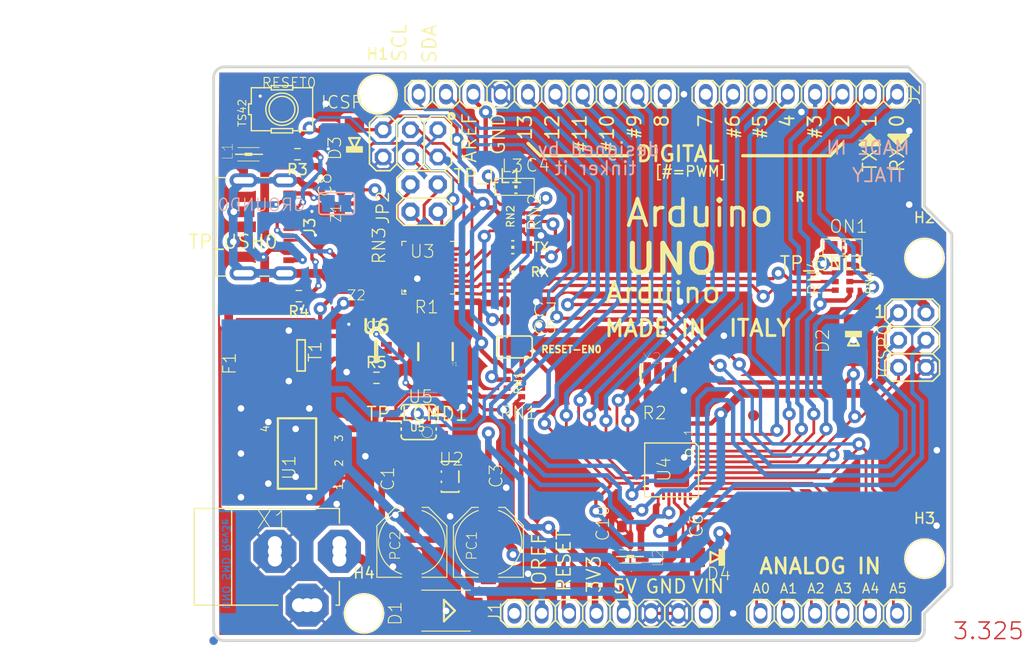
<source format=kicad_pcb>
(kicad_pcb (version 20221018) (generator pcbnew)
  (layers (0 "F.Cu" signal) (31 "B.Cu" signal) (34 "B.Paste" user) (35 "F.Paste" user) (36 "B.SilkS" user "B.Silkscreen") (37 "F.SilkS" user "F.Silkscreen") (38 "B.Mask" user) (39 "F.Mask" user) (44 "Edge.Cuts" user))
  (net 0 "")
  (net 1 "+5V")
  (net 2 "GND")
  (net 3 "/AREF")
  (net 4 "/DTR")
  (net 5 "VIN")
  (net 6 "/RESET")
  (net 7 "/TP_VUCAP")
  (net 8 "/UGND")
  (net 9 "/XT1")
  (net 10 "Net-(U4-AVCC)")
  (net 11 "/XT2")
  (net 12 "/PWRIN")
  (net 13 "/RESET2")
  (net 14 "/USBVCC")
  (net 15 "+3V3")
  (net 16 "/XUSB")
  (net 17 "/MISO")
  (net 18 "/SCK")
  (net 19 "/MOSI")
  (net 20 "/MISO2")
  (net 21 "/SCK2")
  (net 22 "/MOSI2")
  (net 24 "/A0")
  (net 25 "/A1")
  (net 26 "/A2")
  (net 27 "/A3")
  (net 28 "/A4{slash}SDA")
  (net 29 "/A5{slash}SCL")
  (net 30 "/IO0")
  (net 31 "/IO1")
  (net 32 "/IO2")
  (net 33 "/IO3")
  (net 34 "/IO4")
  (net 35 "/IO5")
  (net 36 "/IO6")
  (net 37 "/IO7")
  (net 38 "/IO8")
  (net 39 "/IO9")
  (net 40 "/SS")
  (net 41 "/D+")
  (net 42 "/D-")
  (net 43 "Net-(J3-CC1)")
  (net 46 "Net-(J3-CC2)")
  (net 47 "/USHIELD")
  (net 48 "/PB4")
  (net 49 "/PB6")
  (net 50 "/PB5")
  (net 51 "/PB7")
  (net 52 "Net-(D4-PadA)")
  (net 53 "Net-(RN4C-2)")
  (net 55 "5-GND")
  (net 56 "/XTAL1")
  (net 57 "/XTAL2")
  (net 58 "Net-(TP_LL1-TESTP)")
  (net 59 "Net-(RN2C-2)")
  (net 60 "Net-(RN2B-2)")
  (net 61 "/L13")
  (net 62 "/RD-")
  (net 65 "/RD+")
  (net 68 "/M8RXD")
  (net 69 "/M8TXD")
  (net 70 "/RXLED")
  (net 71 "Net-(T1-G)")
  (net 72 "/TXLED")
  (net 85 "Net-(RN1A-2)")
  (net 90 "unconnected-(U5A-OUT-Pad1)")
  (footprint "UNOSMD_V3:POWERSUPPLY_DC-21MM" (layer "F.Cu") (at 119.5451 123.2916 90)
    (fp_text reference "X1")
    (fp_text value "POWERSUPPLY_DC21MMX")
  )
  (footprint "UNOSMD_V3:SJ" (layer "F.Cu") (at 142.1511 104.3686)
    (fp_text reference "RESET-EN0")
    (fp_text value "SJ")
  )
  (footprint "UNOSMD_V3:C0603-ROUND" (layer "F.Cu") (at 139.7381 116.3066 90)
    (fp_text reference "C3")
    (fp_text value "1u")
  )
  (footprint "UNOSMD_V3:CHIP-LED0805" (layer "F.Cu") (at 142.1384 89.4842 -90)
    (fp_text reference "L3")
    (fp_text value "YELLOW")
  )
  (footprint "UNOSMD_V3:2X03" (layer "F.Cu") (at 179.1081 103.7336 -90)
    (fp_text reference "ICSP0")
    (fp_text value "3x2 M")
  )
  (footprint "UNOSMD_V3:TP-SP" (layer "F.Cu") (at 132.4991 84.1756)
    (fp_text reference "TP_SCK2" hide)
    (fp_text value "TP_SP" hide)
  )
  (footprint "UNOSMD_V3:C0603-ROUND" (layer "F.Cu") (at 153.0223 121.0564 180)
    (fp_text reference "C10")
    (fp_text value "100nF")
  )
  (footprint "BCM857BS_SOT-363:SOT65P210X110-6N" (layer "F.Cu") (at 129.3114 104.775)
    (fp_text reference "U6")
    (fp_text value "BCM857BS" hide)
  )
  (footprint "UNOSMD_V3:CHIP-LED0805" (layer "F.Cu") (at 142.1511 95.0976 90)
    (fp_text reference "TX0" hide)
    (fp_text value "YELLOW")
  )
  (footprint "Connector_USB:USB_C_Receptacle_JAE_DX07S016JA1R1500" (layer "F.Cu") (at 118.145 93.2 -90)
    (fp_text reference "J3")
    (fp_text value "USB_C_Receptacle_USB2.0JAE_DX07S016JA1R1500")
  )
  (footprint "MountingHole:MountingHole_3.2mm_M3_ISO14580" (layer "F.Cu") (at 129.44 80.88)
    (fp_text reference "H1")
    (fp_text value "MountingHole")
  )
  (footprint "UNOSMD_V3:SOT-23" (layer "F.Cu") (at 122.3391 105.1306 -90)
    (fp_text reference "T1")
    (fp_text value "FDN340P")
  )
  (footprint "UNOSMD_V3:TP-SP" (layer "F.Cu") (at 129.9591 84.1756)
    (fp_text reference "TP_RESET2" hide)
    (fp_text value "TP_SP" hide)
  )
  (footprint "UNOSMD_V3:MSOP08" (layer "F.Cu") (at 133.2611 111.3536 90)
    (fp_text reference "U5")
    (fp_text value "LMV358?MM")
  )
  (footprint "UNOSMD_V3:CAY16" (layer "F.Cu") (at 127.0381 94.8436 90)
    (fp_text reference "RN3")
    (fp_text value "22R")
  )
  (footprint "UNOSMD_V3:PANASONIC_D" (layer "F.Cu") (at 132.6261 122.5296 90)
    (fp_text reference "PC2")
    (fp_text value "47u")
  )
  (footprint "UNOSMD_V3:TP-SP" (layer "F.Cu") (at 139.7254 88.4936)
    (fp_text reference "TP_LL1")
    (fp_text value "TP_SP")
  )
  (footprint "UNOSMD_V3:C0603-ROUND" (layer "F.Cu") (at 142.1511 100.1776)
    (fp_text reference "C7")
    (fp_text value "100n")
  )
  (footprint "MountingHole:MountingHole_3.2mm_M3_ISO14580" (layer "F.Cu") (at 180.25 96.1)
    (fp_text reference "H2")
    (fp_text value "MountingHole")
  )
  (footprint "UNOSMD_V3:R0603-ROUND" (layer "F.Cu") (at 155.4861 108.9406 180)
    (fp_text reference "R2")
    (fp_text value "1M")
  )
  (footprint "UNOSMD_V3:CT_CN0603" (layer "F.Cu") (at 126.9111 92.3036 180)
    (fp_text reference "Z1")
    (fp_text value "VARISTORCN0603")
  )
  (footprint "UNOSMD_V3:2X03" (layer "F.Cu") (at 132.4991 85.4456 180)
    (fp_text reference "ICSP1")
    (fp_text value "3x2 M")
  )
  (footprint "UNOSMD_V3:MINIMELF" (layer "F.Cu") (at 173.6471 103.7336 -90)
    (fp_text reference "D2")
    (fp_text value "CD1206-S01575")
  )
  (footprint "UNOSMD_V3:CHIP-LED0805" (layer "F.Cu") (at 142.1511 97.3836 90)
    (fp_text reference "RX0" hide)
    (fp_text value "YELLOW")
  )
  (footprint "UNOSMD_V3:RESONATOR" (layer "F.Cu") (at 134.8232 104.8004 180)
    (fp_text reference "Y1")
    (fp_text value "RESONATORMU")
  )
  (footprint "UNOSMD_V3:FD-1-1.5" (layer "F.Cu") (at 120.5611 81.7626)
    (fp_text reference "FD1" hide)
    (fp_text value "FIDUCIAL-1.5MM" hide)
  )
  (footprint "UNOSMD_V3:MINIMELF" (layer "F.Cu") (at 127.2921 85.4456 90)
    (fp_text reference "D3")
    (fp_text value "CD1206-S01575")
  )
  (footprint "UNOSMD_V3:TP-SP" (layer "F.Cu") (at 145.5801 95.9866)
    (fp_text reference "TP_RXL0" hide)
    (fp_text value "TP_SP" hide)
  )
  (footprint "UNOSMD_V3:FD-1-1.5" (layer "F.Cu") (at 117.9411 128.2636)
    (fp_text reference "FD3" hide)
    (fp_text value "FIDUCIAL-1.5MM" hide)
  )
  (footprint "UNOSMD_V3:1X14-CUSTOM" (layer "F.Cu") (at 159.9311 129.1336)
    (fp_text reference "J1")
    (fp_text value "-")
  )
  (footprint "UNOSMD_V3:CAY16" (layer "F.Cu") (at 142.1511 107.7976 90)
    (fp_text reference "RN1")
    (fp_text value "10K")
  )
  (footprint "UNOSMD_V3:R0603-ROUND" (layer "F.Cu") (at 133.6802 102.235)
    (fp_text reference "R1")
    (fp_text value "1M")
  )
  (footprint "UNOSMD_V3:TP-SP" (layer "F.Cu") (at 124.1171 100.8126)
    (fp_text reference "TP_USBVCC0" hide)
    (fp_text value "TP_SP" hide)
  )
  (footprint "UNOSMD_V3:TP-SP" (layer "F.Cu") (at 145.5801 92.9386)
    (fp_text reference "TP_TXL0" hide)
    (fp_text value "TP_SP" hide)
  )
  (footprint "UNOSMD_V3:CAY16" (layer "F.Cu") (at 172.6311 97.8916 90)
    (fp_text reference "RN4")
    (fp_text value "1K")
  )
  (footprint "UNOSMD_V3:TS42" (layer "F.Cu") (at 120.5611 82.2706)
    (fp_text reference "RESET0")
    (fp_text value "TS42")
  )
  (footprint "UNOSMD_V3:0805" (layer "F.Cu") (at 152.9207 123.8504)
    (fp_text reference "L2")
    (fp_text value "10uH")
  )
  (footprint "UNOSMD_V3:SOT223" (layer "F.Cu") (at 121.9581 114.2746 90)
    (fp_text reference "U1")
    (fp_text value "MC33269ST")
  )
  (footprint "UNOSMD_V3:SMB" (layer "F.Cu") (at 135.8011 128.8796 180)
    (fp_text reference "D1")
    (fp_text value "M7")
  )
  (footprint "UNOSMD_V3:TP-SP" (layer "F.Cu") (at 180.3781 101.1936)
    (fp_text reference "TP_5V1" hide)
    (fp_text value "TP_SP" hide)
  )
  (footprint "UNOSMD_V3:1X18-CUSTOM" (layer "F.Cu") (at 159.9311 80.8736 180)
    (fp_text reference "J2")
    (fp_text value "PINHD-1X18")
  )
  (footprint "UNOSMD_V3:TP-SP" (layer "F.Cu") (at 170.8404 96.5962)
    (fp_text reference "TP_ONL1")
    (fp_text value "TP_SP")
  )
  (footprint "UNOSMD_V3:C0603-ROUND" (layer "F.Cu") (at 142.1511 101.8286)
    (fp_text reference "C5")
    (fp_text value "100n")
  )
  (footprint "UNOSMD_V3:TP-SP" (layer "F.Cu") (at 135.0391 84.1756)
    (fp_text reference "TP_MISO2" hide)
    (fp_text value "TP_SP" hide)
  )
  (footprint "Resistor_SMD:R_0603_1608Metric_Pad0.98x0.95mm_HandSolder" (layer "F.Cu") (at 122 86.45 180)
    (fp_text reference "R3")
    (fp_text value "5.1k")
  )
  (footprint "MountingHole:MountingHole_3.2mm_M3_ISO14580" (layer "F.Cu") (at 128.18 129.14)
    (fp_text reference "H4")
    (fp_text value "MountingHole")
  )
  (footprint "UNOSMD_V3:TP-SP" (layer "F.Cu") (at 116.0272 94.5896)
    (fp_text reference "TP_USH0")
    (fp_text value "TP_SP")
  )
  (footprint "Resistor_SMD:R_0603_1608Metric_Pad0.98x0.95mm_HandSolder" (layer "F.Cu") (at 122.1232 99.6442 180)
    (fp_text reference "R4")
    (fp_text value "5.1k")
  )
  (footprint "UNOSMD_V3:TP-SP" (layer "F.Cu") (at 132.4991 86.7156)
    (fp_text reference "TP_MOSI2" hide)
    (fp_text value "TP_SP" hide)
  )
  (footprint "UNOSMD_V3:TP-SP" (layer "F.Cu") (at 114.2111 131.6736)
    (fp_text reference "ORIGIN0" hide)
    (fp_text value "TP_SP" hide)
  )
  (footprint "Resistor_SMD:R_0603_1608Metric_Pad0.98x0.95mm_HandSolder" (layer "F.Cu") (at 129.3387 107.2388)
    (fp_text reference "R5")
    (fp_text value "47k")
  )
  (footprint "UNOSMD_V3:RESONATOR" (layer "F.Cu") (at 155.4861 106.7816)
    (fp_text reference "Y2")
    (fp_text value "RESONATORMU")
  )
  (footprint "UNOSMD_V3:MLF32" (layer "F.Cu") (at 156.7561 115.7986 -90)
    (fp_text reference "U4")
    (fp_text value "ATMEGAXX8-MUR" hide)
  )
  (footprint "UNOSMD_V3:MINIMELF" (layer "F.Cu") (at 160.8582 123.9266 180)
    (fp_text reference "D4")
    (fp_text value "CD1206-S01575")
  )
  (footprint "UNOSMD_V3:C0603-ROUND" (layer "F.Cu") (at 129.286 101.7524)
    (fp_text reference "C2")
    (fp_text value "100n")
  )
  (footprint "UNOSMD_V3:TP-SP" (layer "F.Cu") (at 165.2651 99.6696)
    (fp_text reference "TP_TX0" hide)
    (fp_text value "TP_SP" hide)
  )
  (footprint "UNOSMD_V3:C0603-ROUND" (layer "F.Cu") (at 132.6261 116.3066 -90)
    (fp_text reference "C1")
    (fp_text value "100n")
  )
  (footprint "UNOSMD_V3:C0603-ROUND" (layer "F.Cu") (at 157.7467 121.2596 180)
    (fp_text reference "C6")
    (fp_text value "100n")
  )
  (footprint "UNOSMD_V3:CHIP-LED0805" (layer "F.Cu") (at 172.6184 95.123 -90)
    (fp_text reference "ON1")
    (fp_text value "GREEN")
  )
  (footprint "UNOSMD_V3:TP-SP" (layer "F.Cu") (at 129.1971 89.7636)
    (fp_text reference "TP_VUCAP0" hide)
    (fp_text value "TP_SP" hide)
  )
  (footprint "UNOSMD_V3:2X02" (layer "F.Cu") (at 133.7691 90.5256 90)
    (fp_text reference "JP2")
    (fp_text value "2x2 M-NM")
  )
  (footprint "UNOSMD_V3:C0603-ROUND" (layer "F.Cu") (at 126.9111 89.7636 180)
    (fp_text reference "C8")
    (fp_text value "1u")
  )
  (footprint "UNOSMD_V3:FD-1-1.5" (layer "F.Cu") (at 164.3681 110.7416)
    (fp_text reference "FD2" hide)
    (fp_text value "FIDUCIAL-1.5MM" hide)
  )
  (footprint "UNOSMD_V3:0805" (layer "F.Cu") (at 117.45 86.46 180)
    (fp_text reference "L1")
    (fp_text value "BLM21")
  )
  (footprint "UNOSMD_V3:CT_CN0603" (layer "F.Cu") (at 126.9111 98.0186 180)
    (fp_text reference "Z2")
    (fp_text value "VARISTORCN0603")
  )
  (footprint "MountingHole:MountingHole_3.2mm_M3_ISO14580" (layer "F.Cu") (at 180.25 124.05)
    (fp_text reference "H3")
    (fp_text value "MountingHole")
  )
  (footprint "UNOSMD_V3:L1812" (layer "F.Cu") (at 118.2751 105.1306 90)
    (fp_text reference "F1")
    (fp_text value "MF-MSMF050-2 500mA")
  )
  (footprint "UNOSMD_V3:PANASONIC_D" (layer "F.Cu") (at 139.7381 122.5296 90)
    (fp_text reference "PC1")
    (fp_text value "47u")
  )
  (footprint "UNOSMD_V3:C0603-ROUND" (layer "F.Cu") (at 142.1511 87.2236 180)
    (fp_text reference "C4")
    (fp_text value "100n")
  )
  (footprint "UNOSMD_V3:ATMEL_QFN32" (layer "F.Cu") (at 134.1501 97.0026 90)
    (fp_text reference "U3")
    (fp_text value "ATMEGA16U2")
  )
  (footprint "UNOSMD_V3:TP-SP" (layer "F.Cu") (at 166.6621 97.5106)
    (fp_text reference "TP_RX0" hide)
    (fp_text value "TP_SP" hide)
  )
  (footprint "UNOSMD_V3:TP-SP" (layer "F.Cu") (at 133.1214 110.5916)
    (fp_text reference "TP_LCMD1")
    (fp_text value "TP_SP")
  )
  (footprint "UNOSMD_V3:CAY16" (layer "F.Cu") (at 142.1511 92.3036 -90)
    (fp_text reference "RN2")
    (fp_text value "1K")
  )
  (footprint "UNOSMD_V3:TP-SP" (layer "F.Cu") (at 140.1191 101.8286)
    (fp_text reference "TP_DTR0" hide)
    (fp_text value "TP_SP" hide)
  )
  (footprint "UNOSMD_V3:SOT23-DBV" (layer "F.Cu") (at 136.1821 116.4336 -90)
    (fp_text reference "U2")
    (fp_text value "LP2985-XXDBVR")
  )
  (footprint "UNOSMD_V3:SJ" (layer "B.Cu") (at 125.6411 91.0336 180)
    (fp_text reference "GROUND0")
    (fp_text value "SJ")
  )
  (gr_line (start 144.5641 86.5886) (end 143.4211 85.4456) (stroke (width 0.3048)) (layer "F.SilkS"))
  (gr_rect (start 140.335 88.6968) (end 143.9926 90.2716) (stroke (width 0.1)) (fill none) (layer "F.SilkS"))
  (gr_line (start 172.6311 85.4456) (end 171.4881 86.5886) (stroke (width 0.3048)) (layer "F.SilkS"))
  (gr_line (start 177.4571 84.9376) (end 177.9651 84.9376) (stroke (width 0.3048)) (layer "F.SilkS"))
  (gr_line (start 178.7271 84.6836) (end 176.9491 84.6836) (stroke (width 0.3048)) (layer "F.SilkS"))
  (gr_line (start 177.8381 85.3186) (end 177.4571 84.9376) (stroke (width 0.3048)) (layer "F.SilkS"))
  (gr_line (start 177.8381 85.0646) (end 177.8381 85.1916) (stroke (width 0.3048)) (layer "F.SilkS"))
  (gr_circle (center 180.25 124.051813) (end 182.026813 123.851813) (stroke (width 0.1)) (fill none) (layer "F.SilkS"))
  (gr_line (start 176.9491 84.6836) (end 177.8381 85.5726) (stroke (width 0.3048)) (layer "F.SilkS"))
  (gr_circle (center 128.181967 129.14) (end 128.106967 127.59) (stroke (width 0.1)) (fill none) (layer "F.SilkS"))
  (gr_line (start 175.1711 84.6836) (end 174.2821 85.5726) (stroke (width 0.3048)) (layer "F.SilkS"))
  (gr_line (start 176.0601 85.5726) (end 175.1711 84.6836) (stroke (width 0.3048)) (layer "F.SilkS"))
  (gr_circle (center 128.181967 129.14) (end 129.95878 128.94) (stroke (width 0.1)) (fill none) (layer "F.SilkS"))
  (gr_circle (center 180.25 124.051813) (end 180.175 122.501813) (stroke (width 0.1)) (fill none) (layer "F.SilkS"))
  (gr_line (start 171.4881 86.5886) (end 163.3601 86.5886) (stroke (width 0.3048)) (layer "F.SilkS"))
  (gr_circle (center 180.25 96.108033) (end 182.026813 95.908033) (stroke (width 0.1)) (fill none) (layer "F.SilkS"))
  (gr_circle (center 180.25 96.108033) (end 180.175 94.558033) (stroke (width 0.1)) (fill none) (layer "F.SilkS"))
  (gr_line (start 178.3461 84.8106) (end 177.8381 85.3186) (stroke (width 0.3048)) (layer "F.SilkS"))
  (gr_circle (center 129.448187 80.875) (end 131.225 80.675) (stroke (width 0.1)) (fill none) (layer "F.SilkS"))
  (gr_line (start 177.3301 84.8106) (end 178.3461 84.8106) (stroke (width 0.3048)) (layer "F.SilkS"))
  (gr_line (start 174.9171 85.4456) (end 175.2981 85.1916) (stroke (width 0.3048)) (layer "F.SilkS"))
  (gr_line (start 152.6921 86.5886) (end 144.5641 86.5886) (stroke (width 0.3048)) (layer "F.SilkS"))
  (gr_line (start 175.6791 85.4456) (end 174.9171 85.4456) (stroke (width 0.3048)) (layer "F.SilkS"))
  (gr_line (start 175.1711 84.9376) (end 175.6791 85.4456) (stroke (width 0.3048)) (layer "F.SilkS"))
  (gr_circle (center 136.3091 82.9056) (end 136.5631 82.9056) (stroke (width 0.254)) (fill none) (layer "F.SilkS"))
  (gr_rect (start 170.815 94.3356) (end 174.4472 95.9104) (stroke (width 0.1)) (fill none) (layer "F.SilkS"))
  (gr_line (start 174.2821 85.5726) (end 176.0601 85.5726) (stroke (width 0.3048)) (layer "F.SilkS"))
  (gr_line (start 174.6631 85.4456) (end 175.1711 84.9376) (stroke (width 0.3048)) (layer "F.SilkS"))
  (gr_circle (center 129.448187 80.875) (end 129.373187 79.325) (stroke (width 0.1)) (fill none) (layer "F.SilkS"))
  (gr_line (start 177.8381 85.5726) (end 178.7271 84.6836) (stroke (width 0.3048)) (layer "F.SilkS"))
  (gr_arc (start 180.2511 130.6736) (mid 179.958207 131.380707) (end 179.2511 131.6736) (stroke (width 0.254)) (layer "Edge.Cuts"))
  (gr_line (start 179.2511 131.6736) (end 115.2111 131.6736) (stroke (width 0.254)) (layer "Edge.Cuts"))
  (gr_arc (start 115.2111 131.6736) (mid 114.503993 131.380707) (end 114.2111 130.6736) (stroke (width 0.254)) (layer "Edge.Cuts"))
  (gr_line (start 180.2511 79.8576) (end 180.2511 91.2876) (stroke (width 0.254)) (layer "Edge.Cuts"))
  (gr_line (start 180.2511 129.1336) (end 180.2511 130.6736) (stroke (width 0.254)) (layer "Edge.Cuts"))
  (gr_line (start 178.7271 78.3336) (end 180.2511 79.8576) (stroke (width 0.254)) (layer "Edge.Cuts"))
  (gr_line (start 115.2111 78.3336) (end 178.7271 78.3336) (stroke (width 0.254)) (layer "Edge.Cuts"))
  (gr_line (start 180.2511 91.2876) (end 182.7911 93.8276) (stroke (width 0.254)) (layer "Edge.Cuts"))
  (gr_line (start 182.7911 93.8276) (end 182.7911 126.5936) (stroke (width 0.254)) (layer "Edge.Cuts"))
  (gr_arc (start 114.2111 79.3336) (mid 114.503993 78.626493) (end 115.2111 78.3336) (stroke (width 0.254)) (layer "Edge.Cuts"))
  (gr_line (start 114.2111 79.3496) (end 114.2111 130.6576) (stroke (width 0.254)) (layer "Edge.Cuts"))
  (gr_line (start 182.7911 126.5936) (end 180.2511 129.1336) (stroke (width 0.254)) (layer "Edge.Cuts"))
  (gr_text "3.325" (at 182.7911 131.6736) (layer "F.Cu") (effects (font (size 1.542288 1.542288) (thickness 0.134112)) (justify left bottom)))
  (gr_text "UNO SMD Rev3e" (at 115.7605 120.2436 -90) (layer "B.Cu") (effects (font (size 0.69088 0.69088) (thickness 0.12192)) (justify right top mirror)))
  (gr_text "tinker it" (at 153.5811 88.4936) (layer "B.SilkS") (effects (font (size 1.251712 1.251712) (thickness 0.170688)) (justify left bottom mirror)))
  (gr_text "ITALY" (at 178.3461 89.1286) (layer "B.SilkS") (effects (font (size 1.251712 1.251712) (thickness 0.170688)) (justify left bottom mirror)))
  (gr_text "MADE IN" (at 178.9811 86.5886) (layer "B.SilkS") (effects (font (size 1.251712 1.251712) (thickness 0.170688)) (justify left bottom mirror)))
  (gr_text "designed by" (at 155.7401 86.7156) (layer "B.SilkS") (effects (font (size 1.251712 1.251712) (thickness 0.170688)) (justify left bottom mirror)))
  (gr_text "#" (at 151.4221 86.3346 90) (layer "F.SilkS") (effects (font (size 0.972312 0.972312) (thickness 0.145288)) (justify left bottom)))
  (gr_text "A2" (at 169.2797 127.3434) (layer "F.SilkS") (effects (font (size 0.89408 0.89408) (thickness 0.12192)) (justify left bottom)))
  (gr_text "A0" (at 164.1997 127.3434) (layer "F.SilkS") (effects (font (size 0.89408 0.89408) (thickness 0.12192)) (justify left bottom)))
  (gr_text "7" (at 159.1691 82.6516 90) (layer "F.SilkS") (effects (font (size 1.251712 1.251712) (thickness 0.170688)) (justify right top)))
  (gr_text "TX" (at 175.9287 88.2274 90) (layer "F.SilkS") (effects (font (size 1.28016 1.28016) (thickness 0.14224)) (justify left bottom)))
  (gr_text "1" (at 175.4575 101.7292) (layer "F.SilkS") (effects (font (size 1.0795 1.0795) (thickness 0.1905)) (justify left bottom)))
  (gr_text "11" (at 147.4851 82.6516 90) (layer "F.SilkS") (effects (font (size 1.251712 1.251712) (thickness 0.170688)) (justify right top)))
  (gr_text "DIGITAL" (at 153.3635 87.2594) (layer "F.SilkS") (effects (font (size 1.42494 1.42494) (thickness 0.25146)) (justify left bottom)))
  (gr_text "UNO" (at 152.1587 97.79) (layer "F.SilkS") (effects (font (size 2.69875 2.69875) (thickness 0.47625)) (justify left bottom)))
  (gr_text "1" (at 174.4091 82.6516 90) (layer "F.SilkS") (effects (font (size 1.251712 1.251712) (thickness 0.170688)) (justify right top)))
  (gr_text "SCL" (at 132.2153 77.9658 90) (layer "F.SilkS") (effects (font (size 1.28016 1.28016) (thickness 0.14224)) (justify left bottom)))
  (gr_text "GND" (at 139.8841 82.5368 90) (layer "F.SilkS") (effects (font (size 1.28016 1.28016) (thickness 0.14224)) (justify right top)))
  (gr_text "RX" (at 145.4531 96.901) (layer "F.SilkS") (effects (font (size 0.8636 0.8636) (thickness 0.1524)) (justify right top)))
  (gr_text "#" (at 148.8821 86.3346 90) (layer "F.SilkS") (effects (font (size 0.972312 0.972312) (thickness 0.145288)) (justify left bottom)))
  (gr_text "3V3" (at 150.2791 127.3556 90) (layer "F.SilkS") (effects (font (size 1.28016 1.28016) (thickness 0.14224)) (justify left bottom)))
  (gr_text "A1" (at 166.7397 127.3434) (layer "F.SilkS") (effects (font (size 0.89408 0.89408) (thickness 0.12192)) (justify left bottom)))
  (gr_text "AREF" (at 137.2279 82.5114 90) (layer "F.SilkS") (effects (font (size 1.28016 1.28016) (thickness 0.14224)) (justify right top)))
  (gr_text "10" (at 150.0251 82.6516 90) (layer "F.SilkS") (effects (font (size 1.251712 1.251712) (thickness 0.170688)) (justify right top)))
  (gr_text "RN1" (at 140.7111 111.1736) (layer "F.SilkS") (effects (font (size 1.1684 1.1684) (thickness 0.1016)) (justify left bottom)))
  (gr_text "5V" (at 151.1681 127.3556) (layer "F.SilkS") (effects (font (size 1.251712 1.251712) (thickness 0.170688)) (justify left bottom)))
  (gr_text "4" (at 166.7891 82.6516 90) (layer "F.SilkS") (effects (font (size 1.251712 1.251712) (thickness 0.170688)) (justify right top)))
  (gr_text "A3" (at 171.8197 127.3434) (layer "F.SilkS") (effects (font (size 0.89408 0.89408) (thickness 0.12192)) (justify left bottom)))
  (gr_text "#" (at 165.5191 85.0646 90) (layer "F.SilkS") (effects (font (size 0.972312 0.972312) (thickness 0.145288)) (justify left bottom)))
  (gr_text "ANALOG IN" (at 164.7571 125.5776) (layer "F.SilkS") (effects (font (size 1.42494 1.42494) (thickness 0.25146)) (justify left bottom)))
  (gr_text "3" (at 169.3291 82.6516 90) (layer "F.SilkS") (effects (font (size 1.251712 1.251712) (thickness 0.170688)) (justify right top)))
  (gr_text "ITALY" (at 161.9377 103.505) (layer "F.SilkS") (effects (font (size 1.5113 1.5113) (thickness 0.2667)) (justify left bottom)))
  (gr_text "Arduino" (at 150.4315 100.4316) (layer "F.SilkS") (effects (font (size 1.922272 1.922272) (thickness 0.262128)) (justify left bottom)))
  (gr_text "MADE IN" (at 150.4061 103.5304) (layer "F.SilkS") (effects (font (size 1.5113 1.5113) (thickness 0.2667)) (justify left bottom)))
  (gr_text "TX" (at 145.4531 94.5896) (layer "F.SilkS") (effects (font (size 0.8636 0.8636) (thickness 0.1524)) (justify right top)))
  (gr_text "6" (at 161.7091 82.6516 90) (layer "F.SilkS") (effects (font (size 1.251712 1.251712) (thickness 0.170688)) (justify right top)))
  (gr_text "SDA" (at 135.0093 78.0928 90) (layer "F.SilkS") (effects (font (size 1.28016 1.28016) (thickness 0.14224)) (justify left bottom)))
  (gr_text "12" (at 144.9451 82.6516 90) (layer "F.SilkS") (effects (font (size 1.251712 1.251712) (thickness 0.170688)) (justify right top)))
  (gr_text "2" (at 171.8691 82.6516 90) (layer "F.SilkS") (effects (font (size 1.251712 1.251712) (thickness 0.170688)) (justify right top)))
  (gr_text "RN4" (at 170.7111 99.6736 90) (layer "F.SilkS") (effects (font (size 1.1684 1.1684) (thickness 0.1016)) (justify left bottom)))
  (gr_text "RESET" (at 147.4851 127.2286 90) (layer "F.SilkS") (effects (font (size 1.28016 1.28016) (thickness 0.14224)) (justify left bottom)))
  (gr_text "A4" (at 174.3597 127.3434) (layer "F.SilkS") (effects (font (size 0.89408 0.89408) (thickness 0.12192)) (justify left bottom)))
  (gr_text "VIN" (at 158.5341 127.3556) (layer "F.SilkS") (effects (font (size 1.251712 1.251712) (thickness 0.170688)) (justify left bottom)))
  (gr_text "5" (at 164.2491 82.6516 90) (layer "F.SilkS") (effects (font (size 1.251712 1.251712) (thickness 0.170688)) (justify right top)))
  (gr_text "R" (at 168.1353 90.9066) (layer "F.SilkS") (effects (font (size 0.8128 0.8128) (thickness 0.2032)) (justify left bottom)))
  (gr_text "13" (at 142.4051 82.6516 90) (layer "F.SilkS") (effects (font (size 1.251712 1.251712) (thickness 0.170688)) (justify right top)))
  (gr_text "IOREF" (at 145.1991 127.2286 90) (layer "F.SilkS") (effects (font (size 1.28016 1.28016) (thickness 0.14224)) (justify left bottom)))
  (gr_text "[#=PWM]" (at 155.1051 88.6206) (layer "F.SilkS") (effects (font (size 0.972312 0.972312) (thickness 0.145288)) (justify left bottom)))
  (gr_text "A5" (at 176.8997 127.3434) (layer "F.SilkS") (effects (font (size 0.89408 0.89408) (thickness 0.12192)) (justify left bottom)))
  (gr_text "#" (at 170.5991 85.0646 90) (layer "F.SilkS") (effects (font (size 0.972312 0.972312) (thickness 0.145288)) (justify left bottom)))
  (gr_text "RN2" (at 144.7111 93.6736 90) (layer "F.SilkS") (effects (font (size 1.1684 1.1684) (thickness 0.1016)) (justify left bottom)))
  (gr_text "RX" (at 178.4731 88.2396 90) (layer "F.SilkS") (effects (font (size 1.28016 1.28016) (thickness 0.14224)) (justify left bottom)))
  (gr_text "U5" (at 132.2111 109.6736) (layer "F.SilkS") (effects (font (size 1.1684 1.1684) (thickness 0.1016)) (justify left bottom)))
  (gr_text "Arduino" (at 152.3111 93.3704) (layer "F.SilkS") (effects (font (size 2.45872 2.45872) (thickness 0.33528)) (justify left bottom)))
  (gr_text "#" (at 153.8351 85.0646 90) (layer "F.SilkS") (effects (font (size 0.972312 0.972312) (thickness 0.145288)) (justify left bottom)))
  (gr_text "9" (at 152.5651 82.6516 90) (layer "F.SilkS") (effects (font (size 1.251712 1.251712) (thickness 0.170688)) (justify right top)))
  (gr_text "GND" (at 154.2245 127.3688) (layer "F.SilkS") (effects (font (size 1.251712 1.251712) (thickness 0.170688)) (justify left bottom)))
  (gr_text "#" (at 163.1061 85.0646 90) (layer "F.SilkS") (effects (font (size 0.972312 0.972312) (thickness 0.145288)) (justify left bottom)))
  (gr_text "8" (at 155.1051 82.6516 90) (layer "F.SilkS") (effects (font (size 1.251712 1.251712) (thickness 0.170688)) (justify right top)))
  (gr_text "0" (at 176.9491 82.6516 90) (layer "F.SilkS") (effects (font (size 1.251712 1.251712) (thickness 0.170688)) (justify right top)))
  (segment (start 131.4831 117.1956) (end 130.7846 116.4971) (width 0.3048) (layer "F.Cu") (net 1))
  (segment (start 132.8141 117.3836) (end 132.6261 117.1956) (width 0.6096) (layer "F.Cu") (net 1))
  (segment (start 131.1891 112.3696) (end 131.1491 112.3296) (width 0.3048) (layer "F.Cu") (net 1))
  (segment (start 176.3141 100.3046) (end 176.9999 99.6188) (width 0.8128) (layer "F.Cu") (net 1))
  (segment (start 140.1381 91.3956) (end 140.6461 91.9036) (width 0.4064) (layer "F.Cu") (net 1))
  (segment (start 158.2801 111.4806) (end 157.1411 112.6196) (width 0.4064) (layer "F.Cu") (net 1))
  (segment (start 140.1681 105.7656) (end 140.6441 105.7656) (width 0.4064) (layer "F.Cu") (net 1))
  (segment (start 131.6482 103.2256) (end 131.6482 105.2068) (width 0.6096) (layer "F.Cu") (net 1))
  (segment (start 139.1031 103.9876) (end 139.1031 104.7006) (width 0.4064) (layer "F.Cu") (net 1))
  (segment (start 126.2761 100.3046) (end 128.8161 100.3046) (width 0.6096) (layer "F.Cu") (net 1))
  (segment (start 123.3551 104.1908) (end 121.7803 103.6828) (width 0.8128) (layer "F.Cu") (net 1))
  (segment (start 140.6841 92.7036) (end 141.4761 92.7036) (width 0.3048) (layer "F.Cu") (net 1))
  (segment (start 156.8577 121.2596) (end 156.6037 121.5136) (width 0.8128) (layer "F.Cu") (net 1))
  (segment (start 157.0061 112.6196) (end 156.8831 112.4966) (width 0.3048) (layer "F.Cu") (net 1))
  (segment (start 133.7691 117.3836) (end 133.7691 115.5446) (width 0.4064) (layer "F.Cu") (net 1))
  (segment (start 132.6261 119.3546) (end 134.5971 117.3836) (width 0.6096) (layer "F.Cu") (net 1))
  (segment (start 160.4391 111.4806) (end 158.2801 111.4806) (width 0.4064) (layer "F.Cu") (net 1))
  (segment (start 176.3141 107.4166) (end 176.3141 102.2096) (width 0.8128) (layer "F.Cu") (net 1))
  (segment (start 156.1211 112.4966) (end 156.0061 112.6116) (width 0.2794) (layer "F.Cu") (net 1))
  (segment (start 120.0531 114.2746) (end 120.0785 114.2492) (width 1.016) (layer "F.Cu") (net 1))
  (segment (start 138.9761 100.2909) (end 141.1488 100.2909) (width 0.6096) (layer "F.Cu") (net 1))
  (segment (start 132.9941 119.9896) (end 132.6261 120.1296) (width 0.6096) (layer "F.Cu") (net 1))
  (segment (start 126.2761 100.3046) (end 128.7272 100.3046) (width 0.6096) (layer "F.Cu") (net 1))
  (segment (start 134.5971 117.3836) (end 134.8821 117.3836) (width 0.6096) (layer "F.Cu") (net 1))
  (segment (start 176.3141 102.2096) (end 176.1381 102.0336) (width 0.8128) (layer "F.Cu") (net 1))
  (segment (start 177.0761 99.6188) (end 179.3113 99.6188) (width 0.8128) (layer "F.Cu") (net 1))
  (segment (start 130.7846 116.4971) (end 130.7846 112.7741) (width 0.3048) (layer "F.Cu") (net 1))
  (segment (start 163.2331 108.6866) (end 175.0441 108.6866) (width 0.8128) (layer "F.Cu") (net 1))
  (segment (start 142.4369 107.3976) (end 142.8261 107.3976) (width 0.254) (layer "F.Cu") (net 1))
  (segment (start 134.8821 117.3836) (end 133.7691 117.3836) (width 0.6096) (layer "F.Cu") (net 1))
  (segment (start 141.1488 100.2909) (end 141.2621 100.1776) (width 0.6096) (layer "F.Cu") (net 1))
  (segment (start 134.8211 115.5446) (end 134.8821 115.4836) (width 0.4064) (layer "F.Cu") (net 1))
  (segment (start 175.0441 108.6866) (end 176.3141 107.4166) (width 0.8128) (layer "F.Cu") (net 1))
  (segment (start 156.6037 121.5136) (end 155.6385 121.5136) (width 0.8128) (layer "F.Cu") (net 1))
  (segment (start 131.1021 119.9896) (end 132.9941 119.9896) (width 0.6096) (layer "F.Cu") (net 1))
  (segment (start 179.3113 99.6188) (end 180.3781 100.5586) (width 0.8128) (layer "F.Cu") (net 1))
  (segment (start 130.7846 112.7741) (end 131.1891 112.3696) (width 0.3048) (layer "F.Cu") (net 1))
  (segment (start 133.2611 85.4456) (end 128.9921 85.4456) (width 0.254) (layer "F.Cu") (net 1))
  (segment (start 151.8207 123.8504) (end 151.8207 124.5284) (width 0.6096) (layer "F.Cu") (net 1))
  (segment (start 133.7691 115.5446) (end 134.8211 115.5446) (width 0.4064) (layer "F.Cu") (net 1))
  (segment (start 132.6261 120.1296) (end 132.6261 119.3546) (width 0.6096) (layer "F.Cu") (net 1))
  (segment (start 141.4761 106.5976) (end 141.8655 106.5976) (width 0.254) (layer "F.Cu") (net 1))
  (segment (start 129.9591 99.1616) (end 131.2291 99.1616) (width 0.4064) (layer "F.Cu") (net 1))
  (segment (start 155.2321 125.4506) (end 156.8577 123.825) (width 0.8128) (layer "F.Cu") (net 1))
  (segment (start 130.2614 105.425) (end 131.3284 105.425) (width 0.35) (layer "F.Cu") (net 1))
  (segment (start 156.0061 112.6116) (end 156.0061 113.3486) (width 0.2794) (layer "F.Cu") (net 1))
  (segment (start 118.8591 114.2746) (end 120.0531 114.2746) (width 1.016) (layer "F.Cu") (net 1))
  (segment (start 176.1381 102.0336) (end 173.6471 102.0336) (width 0.8128) (layer "F.Cu") (net 1))
  (segment (start 121.7803 103.6828) (end 121.1961 102.8446) (width 0.8128) (layer "F.Cu") (net 1))
  (segment (start 157.0061 112.6196) (end 157.0061 113.3486) (width 0.2794) (layer "F.Cu") (net 1))
  (segment (start 176.9999 99.6188) (end 177.0761 99.6188) (width 0.8128) (layer "F.Cu") (net 1))
  (segment (start 134.5311 86.7156) (end 133.2611 85.4456) (width 0.254) (layer "F.Cu") (net 1))
  (segment (start 177.0761 99.6188) (end 177.0761 98.7806) (width 0.3048) (layer "F.Cu") (net 1))
  (segment (start 140.6461 91.9036) (end 140.6841 92.7036) (width 0.3048) (layer "F.Cu") (net 1))
  (segment (start 133.7691 117.3836) (end 132.8141 117.3836) (width 0.6096) (layer "F.Cu") (net 1))
  (segment (start 138.8491 100.1639) (end 137.2391 100.1639) (width 0.6096) (layer "F.Cu") (net 1))
  (segment (start 161.3281 110.5916) (end 163.2331 108.6866) (width 0.8128) (layer "F.Cu") (net 1))
  (segment (start 156.8577 123.825) (end 156.8577 121.2596) (width 0.8128) (layer "F.Cu") (net 1))
  (segment (start 138.9761 100.2909) (end 138.8491 100.1639) (width 0.6096) (layer "F.Cu") (net 1))
  (segment (start 128.8161 100.3046) (end 129.9591 99.1616) (width 0.4064) (layer "F.Cu") (net 1))
  (segment (start 151.8207 124.5284) (end 153.0985 125.8062) (width 0.6096) (layer "F.Cu") (net 1))
  (segment (start 180.3781 101.1936) (end 180.2511 101.1936) (width 0.508) (layer "F.Cu") (net 1))
  (segment (start 139.1031 104.7006) (end 140.1681 105.7656) (width 0.4064) (layer "F.Cu") (net 1))
  (segment (start 137.0984 100.3046) (end 134.1501 100.3046) (width 0.4064) (layer "F.Cu") (net 1))
  (segment (start 174.0281 97.4916) (end 174.0281 96.7486) (width 0.3048) (layer "F.Cu") (net 1))
  (segment (start 180.3781 100.5586) (end 180.3781 101.1936) (width 0.8128) (layer "F.Cu") (net 1))
  (segment (start 135.0391 86.7156) (end 134.5311 86.7156) (width 0.254) (layer "F.Cu") (net 1))
  (segment (start 139.1031 103.9876) (end 138.9761 103.4796) (width 0.4064) (layer "F.Cu") (net 1))
  (segment (start 139.7381 91.4146) (end 140.1381 91.3956) (width 0.4064) (layer "F.Cu") (net 1))
  (segment (start 128.9921 85.4456) (end 127.2921 87.1456) (width 0.254) (layer "F.Cu") (net 1))
  (segment (start 173.9711 96.6916) (end 173.3061 96.6916) (width 0.3048) (layer "F.Cu") (net 1))
  (segment (start 125.2347 114.2492) (end 125.0569 114.2746) (width 0.508) (layer "F.Cu") (net 1))
  (segment (start 138.9761 103.4796) (end 138.9761 100.2909) (width 0.4064) (layer "F.Cu") (net 1))
  (segment (start 156.8831 112.4966) (end 156.1211 112.4966) (width 0.3048) (layer "F.Cu") (net 1))
  (segment (start 161.3281 110.5916) (end 160.4391 111.4806) (width 0.4064) (layer "F.Cu") (net 1))
  (segment (start 152.3111 126.5936) (end 153.0985 125.8062) (width 0.8128) (layer "F.Cu") (net 1))
  (segment (start 137.2391 100.1639) (end 137.0984 100.3046) (width 0.4064) (layer "F.Cu") (net 1))
  (segment (start 140.6461 91.9036) (end 141.4761 91.9036) (width 0.3048) (layer "F.Cu") (net 1))
  (segment (start 133.9001 99.9276) (end 133.9001 99.3534) (width 0.2794) (layer "F.Cu") (net 1))
  (segment (start 141.4761 106.5976) (end 141.5331 106.6546) (width 0.254) (layer "F.Cu") (net 1))
  (segment (start 180.3781 101.1936) (end 180.3781 101.2306) (width 0.8128) (layer "F.Cu") (net 1))
  (segment (start 176.3141 102.2096) (end 176.3141 100.3046) (width 0.8128) (layer "F.Cu") (net 1))
  (segment (start 140.6441 105.7656) (end 141.4761 106.5976) (width 0.4064) (layer "F.Cu") (net 1))
  (segment (start 120.0785 114.2492) (end 125.2347 114.2492) (width 1.016) (layer "F.Cu") (net 1))
  (segment (start 128.7272 100.3046) (end 131.6482 103.2256) (width 0.6096) (layer "F.Cu") (net 1))
  (segment (start 174.0281 96.7486) (end 173.9711 96.6916) (width 0.3048) (layer "F.Cu") (net 1))
  (segment (start 177.0761 98.7806) (end 175.7871 97.4916) (width 0.3048) (layer "F.Cu") (net 1))
  (segment (start 141.8655 106.5976) (end 142.4369 107.3976) (width 0.254) (layer "F.Cu") (net 1))
  (segment (start 131.3284 105.425) (end 131.5466 105.2068) (width 0.35) (layer "F.Cu") (net 1))
  (segment (start 153.0985 125.8062) (end 153.4541 125.4506) (width 0.8128) (layer "F.Cu") (net 1))
  (segment (start 134.1501 100.3046) (end 133.9001 99.9276) (width 0.2794) (layer "F.Cu") (net 1))
  (segment (start 175.7871 97.4916) (end 174.0281 97.4916) (width 0.3048) (layer "F.Cu") (net 1))
  (segment (start 153.4541 125.4506) (end 155.2321 125.4506) (width 0.8128) (layer "F.Cu") (net 1))
  (segment (start 132.6261 117.1956) (end 131.4831 117.1956) (width 0.3048) (layer "F.Cu") (net 1))
  (segment (start 131.6381 98.7526) (end 131.7993 98.7526) (width 0.2794) (layer "F.Cu") (net 1))
  (segment (start 139.2301 91.0336) (end 139.7381 91.4146) (width 0.4064) (layer "F.Cu") (net 1))
  (segment (start 157.1411 112.6196) (end 157.0061 112.6196) (width 0.4064) (layer "F.Cu") (net 1))
  (segment (start 131.2291 99.1616) (end 131.6381 98.7526) (width 0.2794) (layer "F.Cu") (net 1))
  (segment (start 174.0281 97.4916) (end 173.3061 97.4916) (width 0.3048) (layer "F.Cu") (net 1))
  (segment (start 152.3111 129.1336) (end 152.3111 126.5936) (width 0.8128) (layer "F.Cu") (net 1))
  (via (at 161.3281 110.5916) (size 1.2192) (drill 0.6096) (layers "F.Cu" "B.Cu") (net 1))
  (via (at 116.7511 118.3386) (size 1.2192) (drill 0.6096) (layers "F.Cu" "B.Cu") (net 1))
  (via (at 123.1011 110.0836) (size 1.2192) (drill 0.6096) (layers "F.Cu" "B.Cu") (net 1))
  (via (at 116.7511 114.2746) (size 1.2192) (drill 0.6096) (layers "F.Cu" "B.Cu") (net 1))
  (via (at 119.2911 111.3536) (size 1.2192) (drill 0.6096) (layers "F.Cu" "B.Cu") (net 1))
  (via (at 155.6385 121.5136) (size 1.2192) (drill 0.6096) (layers "F.Cu" "B.Cu") (net 1))
  (via (at 139.1031 103.9876) (size 1.2192) (drill 0.6096) (layers "F.Cu" "B.Cu") (net 1))
  (via (at 139.2301 91.0336) (size 1.2192) (drill 0.6096) (layers "F.Cu" "B.Cu") (net 1))
  (via (at 121.1961 102.8446) (size 1.2192) (drill 0.6096) (layers "F.Cu" "B.Cu") (net 1))
  (via (at 116.7511 110.0836) (size 1.2192) (drill 0.6096) (layers "F.Cu" "B.Cu") (net 1))
  (via (at 119.2911 117.0686) (size 1.2192) (drill 0.6096) (layers "F.Cu" "B.Cu") (net 1))
  (via (at 121.8311 111.9886) (size 1.2192) (drill 0.6096) (layers "F.Cu" "B.Cu") (net 1))
  (via (at 126.2761 100.3046) (size 1.2192) (drill 0.6096) (layers "F.Cu" "B.Cu") (net 1))
  (via (at 121.8311 116.4336) (size 1.2192) (drill 0.6096) (layers "F.Cu" "B.Cu") (net 1))
  (via (at 131.1021 119.9896) (size 1.2192) (drill 0.6096) (layers "F.Cu" "B.Cu") (net 1))
  (via (at 123.1011 118.3386) (size 1.2192) (drill 0.6096) (layers "F.Cu" "B.Cu") (net 1))
  (via (at 121.1961 107.5436) (size 1.2192) (drill 0.6096) (layers "F.Cu" "B.Cu") (net 1))
  (segment (start 131.1021 119.9896) (end 126.2761 115.1636) (width 0.8128) (layer "B.Cu") (net 1))
  (segment (start 135.2931 86.9696) (end 135.0391 86.7156) (width 0.6096) (layer "B.Cu") (net 1))
  (segment (start 121.1961 102.8446) (end 123.7361 102.8446) (width 0.6096) (layer "B.Cu") (net 1))
  (segment (start 139.1031 103.8199) (end 137.2819 101.9987) (width 0.6096) (layer "B.Cu") (net 1))
  (segment (start 123.1011 110.0836) (end 123.6091 108.3056) (width 0.6096) (layer "B.Cu") (net 1))
  (segment (start 136.6647 111.2012) (end 137.8585 111.2012) (width 0.6096) (layer "B.Cu") (net 1))
  (segment (start 152.3365 128.0414) (end 152.3111 129.1336) (width 0.8128) (layer "B.Cu") (net 1))
  (segment (start 138.2141 127.1016) (end 144.8181 127.1016) (width 0.8128) (layer "B.Cu") (net 1))
  (segment (start 139.1031 103.9876) (end 139.1031 103.8199) (width 0.6096) (layer "B.Cu") (net 1))
  (segment (start 134.8359 109.347) (end 135.5725 110.0836) (width 0.6096) (layer "B.Cu") (net 1))
  (segment (start 161.3281 116.9416) (end 161.3281 110.5916) (width 0.8128) (layer "B.Cu") (net 1))
  (segment (start 138.5951 91.0336) (end 137.1981 89.6366) (width 0.6096) (layer "B.Cu") (net 1))
  (segment (start 128.8161 110.5916) (end 131.2291 110.5916) (width 0.6096) (layer "B.Cu") (net 1))
  (segment (start 138.5189 110.5408) (end 138.5189 104.6226) (width 0.6096) (layer "B.Cu") (net 1))
  (segment (start 144.6911 126.9746) (end 144.6911 129.1336) (width 0.6096) (layer "B.Cu") (net 1))
  (segment (start 138.5189 104.6226) (end 139.1031 103.9876) (width 0.6096) (layer "B.Cu") (net 1))
  (segment (start 144.8181 127.1016) (end 144.6911 126.9746) (width 0.6096) (layer "B.Cu") (net 1))
  (segment (start 135.5471 110.0836) (end 136.6647 111.2012) (width 0.6096) (layer "B.Cu") (net 1))
  (segment (start 123.6091 108.3056) (end 126.5301 108.3056) (width 0.6096) (layer "B.Cu") (net 1))
  (segment (start 137.8585 111.2012) (end 138.5189 110.5408) (width 0.6096) (layer "B.Cu") (net 1))
  (segment (start 123.7361 102.8446) (end 126.2761 100.3046) (width 0.6096) (layer "B.Cu") (net 1))
  (segment (start 131.2291 110.5916) (end 132.4737 109.347) (width 0.6096) (layer "B.Cu") (net 1))
  (segment (start 137.1981 88.3666) (end 135.9281 87.0966) (width 0.6096) (layer "B.Cu") (net 1))
  (segment (start 135.5725 110.0836) (end 135.5471 110.0836) (width 0.6096) (layer "B.Cu") (net 1))
  (segment (start 132.4737 109.347) (end 134.8359 109.347) (width 0.6096) (layer "B.Cu") (net 1))
  (segment (start 151.3967 127.1016) (end 152.3365 128.0414) (width 0.8128) (layer "B.Cu") (net 1))
  (segment (start 137.1981 89.6366) (end 137.1981 88.3666) (width 0.6096) (layer "B.Cu") (net 1))
  (segment (start 144.8181 127.1016) (end 151.3967 127.1016) (width 0.8128) (layer "B.Cu") (net 1))
  (segment (start 137.2819 92.9818) (end 139.2301 91.0336) (width 0.6096) (layer "B.Cu") (net 1))
  (segment (start 137.2819 101.9987) (end 137.2819 92.9818) (width 0.6096) (layer "B.Cu") (net 1))
  (segment (start 131.1021 119.9896) (end 138.2141 127.1016) (width 0.8128) (layer "B.Cu") (net 1))
  (segment (start 161.3281 116.9416) (end 156.7561 121.5136) (width 0.8128) (layer "B.Cu") (net 1))
  (segment (start 139.2301 91.0336) (end 138.5951 91.0336) (width 0.6096) (layer "B.Cu") (net 1))
  (segment (start 135.9281 87.0966) (end 135.9281 86.9696) (width 0.6096) (layer "B.Cu") (net 1))
  (segment (start 135.9281 86.9696) (end 135.2931 86.9696) (width 0.6096) (layer "B.Cu") (net 1))
  (segment (start 156.7561 121.5136) (end 155.6385 121.5136) (width 0.8128) (layer "B.Cu") (net 1))
  (segment (start 126.5301 108.3056) (end 128.8161 110.5916) (width 0.6096) (layer "B.Cu") (net 1))
  (segment (start 142.1511 110.9726) (end 142.1511 109.6726) (width 0.3048) (layer "F.Cu") (net 2))
  (segment (start 157.0061 118.2486) (end 157.0061 118.8426) (width 0.2794) (layer "F.Cu") (net 2))
  (segment (start 157.8991 114.6556) (end 157.9245 114.6302) (width 0.3048) (layer "F.Cu") (net 2))
  (segment (start 134.8232 104.8004) (end 134.8232 106.5276) (width 0.6) (layer "F.Cu") (net 2))
  (segment (start 156.7561 114.6556) (end 157.8991 114.6556) (width 0.3048) (layer "F.Cu") (net 2))
  (segment (start 156.7561 114.6556) (end 156.5061 114.4056) (width 0.3048) (layer "F.Cu") (net 2))
  (segment (start 133.4001 100.4436) (end 134.0231 101.0666) (width 0.2794) (layer "F.Cu") (net 2))
  (segment (start 156.5061 114.4056) (end 156.5061 113.3486) (width 0.2794) (layer "F.Cu") (net 2))
  (segment (start 155.4861 105.3465) (end 155.4988 105.3338) (width 0.4) (layer "F.Cu") (net 2))
  (segment (start 125.0569 116.586) (end 126.6571 116.5352) (width 0.3048) (layer "F.Cu") (net 2))
  (segment (start 141.8971 111.2266) (end 142.1511 110.9726) (width 0.3048) (layer "F.Cu") (net 2))
  (segment (start 155.4861 106.7816) (end 155.4861 105.3465) (width 0.4) (layer "F.Cu") (net 2))
  (segment (start 133.4001 99.3534) (end 133.4001 100.4436) (width 0.2794) (layer "F.Cu") (net 2))
  (segment (start 155.829 105.0036) (end 155.9814 105.0036) (width 0.4) (layer "F.Cu") (net 2))
  (segment (start 134.8232 106.5276) (end 134.8486 106.553) (width 0.1524) (layer "F.Cu") (net 2))
  (segment (start 155.4988 105.3338) (end 155.829 105.0036) (width 0.4) (layer "F.Cu") (net 2))
  (segment (start 133.4001 98.1576) (end 133.1341 98.0186) (width 0.3048) (layer "F.Cu") (net 2))
  (segment (start 154.8511 129.1336) (end 157.3911 129.1336) (width 0.3048) (layer "F.Cu") (net 2))
  (segment (start 158.5341 120.3706) (end 158.6357 121.2596) (width 0.3048) (layer "F.Cu") (net 2))
  (segment (start 137.4521 111.2266) (end 141.8971 111.2266) (width 0.3048) (layer "F.Cu") (net 2))
  (segment (start 133.1341 98.0186) (end 134.1501 97.0026) (width 0.3048) (layer "F.Cu") (net 2))
  (segment (start 142.1511 109.6726) (end 142.8261 108.9976) (width 0.3048) (layer "F.Cu") (net 2))
  (segment (start 157.0061 118.8426) (end 158.5341 120.3706) (width 0.2794) (layer "F.Cu") (net 2))
  (segment (start 157.9245 114.6302) (end 157.5061 114.2118) (width 0.3048) (layer "F.Cu") (net 2))
  (segment (start 133.4001 98.2846) (end 133.1341 98.0186) (width 0.2794) (layer "F.Cu") (net 2))
  (segment (start 133.4001 99.3534) (end 133.4001 98.2846) (width 0.2794) (layer "F.Cu") (net 2))
  (segment (start 157.5061 114.2118) (end 157.5061 113.3486) (width 0.2794) (layer "F.Cu") (net 2))
  (segment (start 136.3091 101.0666) (end 137.3251 102.0826) (width 0.2794) (layer "F.Cu") (net 2))
  (segment (start 137.2551 111.0296) (end 137.4521 111.2266) (width 0.3048) (layer "F.Cu") (net 2))
  (segment (start 134.0231 101.0666) (end 136.3091 101.0666) (width 0.2794) (layer "F.Cu") (net 2))
  (via (at 181.3941 113.9698) (size 1.2192) (drill 0.6096) (layers "F.Cu" "B.Cu") (net 2))
  (via (at 144.1831 100.1776) (size 1.2192) (drill 0.6096) (layers "F.Cu" "B.Cu") (net 2))
  (via (at 144.7419 97.3582) (size 1.2192) (drill 0.6096) (layers "F.Cu" "B.Cu") (net 2))
  (via (at 124.6251 81.7626) (size 1.2192) (drill 0.6096) (layers "F.Cu" "B.Cu") (net 2))
  (via (at 173.6471 103.7336) (size 1.2192) (drill 0.6096) (layers "F.Cu" "B.Cu") (net 2))
  (via (at 137.3251 109.9566) (size 1.2192) (drill 0.6096) (layers "F.Cu" "B.Cu") (net 2))
  (via (at 133.1341 98.0186) (size 1.2192) (drill 0.6096) (layers "F.Cu" "B.Cu") (net 2))
  (via (at 141.3891 117.4496) (size 1.2192) (drill 0.6096) (layers "F.Cu" "B.Cu") (net 2))
  (via (at 144.6149 94.0054) (size 1.2192) (drill 0.6096) (layers "F.Cu" "B.Cu") (net 2))
  (via (at 157.5435 100.1522) (size 1.2192) (drill 0.6096) (layers "F.Cu" "B.Cu") (net 2))
  (via (at 161.6075 103.3272) (size 1.2192) (drill 0.6096) (layers "F.Cu" "B.Cu") (net 2))
  (via (at 178.8287 84.2772) (size 1.2192) (drill 0.6096) (layers "F.Cu" "B.Cu") (net 2))
  (via (at 118.5418 81.0514) (size 0.605) (drill 0.3) (layers "F.Cu" "B.Cu") (net 2))
  (via (at 181.3687 120.9802) (size 1.2192) (drill 0.6096) (layers "F.Cu" "B.Cu") (net 2))
  (via (at 123.6726 93.98) (size 0.605) (drill 0.3) (layers "F.Cu" "B.Cu") (net 2))
  (via (at 157.9245 114.6302) (size 1.2192) (drill 0.6096) (layers "F.Cu" "B.Cu") (net 2))
  (via (at 143.4211 125.4506) (size 1.2192) (drill 0.6096) (layers "F.Cu" "B.Cu") (net 2))
  (via (at 130.8735 124.7902) (size 1.2192) (drill 0.6096) (layers "F.Cu" "B.Cu") (net 2))
  (via (at 126.5682 106.7054) (size 1.2192) (drill 0.6096) (layers "F.Cu" "B.Cu") (net 2))
  (via (at 122.3518 100.838) (size 0.605) (drill 0.3) (layers "F.Cu" "B.Cu") (net 2))
  (via (at 157.8991 80.8736) (size 1.2192) (drill 0.6096) (layers "F.Cu" "B.Cu") (net 2))
  (via (at 126.7714 102.2604) (size 0.605) (drill 0.3) (layers "F.Cu" "B.Cu") (net 2))
  (via (at 168.8211 82.5246) (size 1.2192) (drill 0.6096) (layers "F.Cu" "B.Cu") (net 2))
  (via (at 135.8011 128.905) (size 1.2192) (drill 0.6096) (layers "F.Cu" "B.Cu") (net 2))
  (via (at 136.1821 120.1166) (size 1.2192) (drill 0.6096) (layers "F.Cu" "B.Cu") (net 2))
  (via (at 125.6411 118.9736) (size 1.2192) (drill 0.6096) (layers "F.Cu" "B.Cu") (net 2))
  (via (at 157.8991 108.4326) (size 1.2192) (drill 0.6096) (layers "F.Cu" "B.Cu") (net 2))
  (via (at 162.4711 129.1336) (size 1.2192) (drill 0.6096) (layers "F.Cu" "B.Cu") (net 2))
  (via (at 128.3081 114.5286) (size 1.2192) (drill 0.6096) (layers "F.Cu" "B.Cu") (net 2))
  (via (at 178.8287 91.1352) (size 1.2192) (drill 0.6096) (layers "F.Cu" "B.Cu") (net 2))
  (via (at 124.8664 85.9536) (size 0.605) (drill 0.3) (layers "F.Cu" "B.Cu") (net 2))
  (via (at 123.3424 91.7702) (size 0.605) (drill 0.3) (layers "F.Cu" "B.Cu") (net 2))
  (segment (start 126.4031 91.0336) (end 125.0061 91.0336) (width 0.3048) (layer "B.Cu") (net 2))
  (segment (start 139.4841 82.5246) (end 138.0871 81.1276) (width 0.4064) (layer "F.Cu") (net 3))
  (segment (start 156.5061 119.6046) (end 156.5061 118.2486) (width 0.2794) (layer "F.Cu") (net 3))
  (segment (start 139.4841 82.5246) (end 139.4841 86.2076) (width 0.4064) (layer "F.Cu") (net 3))
  (segment (start 140.5001 87.2236) (end 141.2621 87.2236) (width 0.4064) (layer "F.Cu") (net 3))
  (segment (start 138.0871 81.1276) (end 138.3411 80.8736) (width 0.254) (layer "F.Cu") (net 3))
  (segment (start 156.5021 119.7864) (end 156.5061 119.6046) (width 0.3048) (layer "F.Cu") (net 3))
  (segment (start 139.4841 86.2076) (end 140.5001 87.2236) (width 0.4064) (layer "F.Cu") (net 3))
  (via (at 139.4841 82.5246) (size 1.2192) (drill 0.6096) (layers "F.Cu" "B.Cu") (net 3))
  (via (at 156.5021 119.7864) (size 1.2192) (drill 0.6096) (layers "F.Cu" "B.Cu") (net 3))
  (segment (start 144.5641 117.1956) (end 150.2791 117.1956) (width 0.4064) (layer "B.Cu") (net 3))
  (segment (start 139.9921 109.7026) (end 142.1511 107.5436) (width 0.4064) (layer "B.Cu") (net 3))
  (segment (start 150.2791 117.1956) (end 151.0411 117.9576) (width 0.4064) (layer "B.Cu") (net 3))
  (segment (start 155.9941 120.1166) (end 156.5021 119.7864) (width 0.4064) (layer "B.Cu") (net 3))
  (segment (start 144.0561 83.1596) (end 140.1191 83.1596) (width 0.4064) (layer "B.Cu") (net 3))
  (segment (start 155.0797 120.1166) (end 155.9941 120.1166) (width 0.4064) (layer "B.Cu") (net 3))
  (segment (start 149.8981 99.2886) (end 149.8981 89.0016) (width 0.4064) (layer "B.Cu") (net 3))
  (segment (start 141.1351 113.7666) (end 141.1351 111.8616) (width 0.4064) (layer "B.Cu") (net 3))
  (segment (start 152.6413 120.65) (end 154.5463 120.65) (width 0.4064) (layer "B.Cu") (net 3))
  (segment (start 141.1351 111.8616) (end 139.9921 110.7186) (width 0.4064) (layer "B.Cu") (net 3))
  (segment (start 139.9921 110.7186) (end 139.9921 109.7026) (width 0.4064) (layer "B.Cu") (net 3))
  (segment (start 154.5463 120.65) (end 155.0797 120.1166) (width 0.4064) (layer "B.Cu") (net 3))
  (segment (start 151.0411 117.9576) (end 151.0411 119.1006) (width 0.4064) (layer "B.Cu") (net 3))
  (segment (start 144.5641 117.1956) (end 141.1351 113.7666) (width 0.4064) (layer "B.Cu") (net 3))
  (segment (start 149.8981 89.0016) (end 144.0561 83.1596) (width 0.4064) (layer "B.Cu") (net 3))
  (segment (start 142.1511 107.0356) (end 149.8981 99.2886) (width 0.4064) (layer "B.Cu") (net 3))
  (segment (start 151.0411 119.1006) (end 152.6413 120.65) (width 0.4064) (layer "B.Cu") (net 3))
  (segment (start 142.1511 107.5436) (end 142.1511 107.0356) (width 0.4064) (layer "B.Cu") (net 3))
  (segment (start 140.1191 83.1596) (end 139.4841 82.5246) (width 0.4064) (layer "B.Cu") (net 3))
  (segment (start 139.3571 94.0816) (end 139.3571 95.2246) (width 0.3048) (layer "F.Cu") (net 4))
  (segment (start 139.8651 93.5736) (end 141.4061 93.5736) (width 0.254) (layer "F.Cu") (net 4))
  (segment (start 140.1191 101.8286) (end 141.2621 101.8286) (width 0.3048) (layer "F.Cu") (net 4))
  (segment (start 139.3571 94.0816) (end 139.8651 93.5736) (width 0.254) (layer "F.Cu") (net 4))
  (segment (start 141.4061 93.5736) (end 141.4761 93.5036) (width 0.3048) (layer "F.Cu") (net 4))
  (segment (start 137.8291 96.7526) (end 136.5009 96.7526) (width 0.2794) (layer "F.Cu") (net 4))
  (segment (start 139.3571 95.2246) (end 137.8291 96.7526) (width 0.3048) (layer "F.Cu") (net 4))
  (via (at 140.1191 101.8286) (size 1.2192) (drill 0.6096) (layers "F.Cu" "B.Cu") (net 4))
  (via (at 139.3571 94.0816) (size 1.2192) (drill 0.6096) (layers "F.Cu" "B.Cu") (net 4))
  (segment (start 140.1191 101.8286) (end 139.3571 101.0666) (width 0.4064) (layer "B.Cu") (net 4))
  (segment (start 139.3571 101.0666) (end 139.3571 94.0816) (width 0.4064) (layer "B.Cu") (net 4))
  (segment (start 130.9751 122.2756) (end 129.8321 121.1326) (width 0.6096) (layer "F.Cu") (net 5))
  (segment (start 128.1811 111.9946) (end 126.9111 111.9886) (width 0.6096) (layer "F.Cu") (net 5))
  (segment (start 129.8321 113.6396) (end 129.0066 112.8141) (width 0.6096) (layer "F.Cu") (net 5))
  (segment (start 162.5582 122.6294) (end 161.5694 121.6406) (width 0.6) (layer "F.Cu") (net 5))
  (segment (start 161.5694 121.6406) (end 161.2392 121.6406) (width 0.6) (layer "F.Cu") (net 5))
  (segment (start 139.7381 120.1296) (end 139.7511 120.2436) (width 0.6096) (layer "F.Cu") (net 5))
  (segment (start 129.0066 112.8141) (end 128.8161 112.6236) (width 0.6096) (layer "F.Cu") (net 5))
  (segment (start 137.5921 122.2756) (end 138.1571 121.7106) (width 0.6096) (layer "F.Cu") (net 5))
  (segment (start 128.8161 112.6236) (end 128.1811 111.9946) (width 0.6096) (layer "F.Cu") (net 5))
  (segment (start 130.9751 122.2756) (end 137.5921 122.2756) (width 0.6096) (layer "F.Cu") (net 5))
  (segment (start 139.7381 120.8786) (end 142.0241 123.1646) (width 0.8128) (layer "F.Cu") (net 5))
  (segment (start 138.1571 121.7106) (end 139.7381 120.1296) (width 0.8128) (layer "F.Cu") (net 5))
  (segment (start 128.1811 111.9946) (end 126.8797 111.9632) (width 0.6096) (layer "F.Cu") (net 5))
  (segment (start 138.1571 121.7106) (end 138.0011 121.8666) (width 0.8128) (layer "F.Cu") (net 5))
  (segment (start 138.0011 121.8666) (end 138.0011 128.8796) (width 0.8128) (layer "F.Cu") (net 5))
  (segment (start 139.7381 120.1296) (end 139.7381 120.8786) (width 0.8128) (layer "F.Cu") (net 5))
  (segment (start 126.8797 111.9632) (end 125.0569 111.9632) (width 0.6096) (layer "F.Cu") (net 5))
  (segment (start 129.8321 121.1326) (end 129.8321 113.6396) (width 0.6096) (layer "F.Cu") (net 5))
  (segment (start 142.0241 123.1646) (end 142.0241 123.6726) (width 0.8128) (layer "F.Cu") (net 5))
  (segment (start 162.5582 123.9266) (end 162.5582 122.6294) (width 0.6) (layer "F.Cu") (net 5))
  (via (at 161.2392 121.6406) (size 1.2192) (drill 0.6096) (layers "F.Cu" "B.Cu") (net 5))
  (via (at 142.0241 123.6726) (size 1.2192) (drill 0.6096) (layers "F.Cu" "B.Cu") (net 5))
  (segment (start 151.8031 124.8156) (end 150.9141 123.9266) (width 0.8128) (layer "B.Cu") (net 5))
  (segment (start 150.9141 123.9266) (end 142.2781 123.9266) (width 0.8128) (layer "B.Cu") (net 5))
  (segment (start 159.0294 124.8156) (end 151.8031 124.8156) (width 0.8128) (layer "B.Cu") (net 5))
  (segment (start 142.2781 123.9266) (end 142.0241 123.6726) (width 0.8128) (layer "B.Cu") (net 5))
  (segment (start 161.2392 122.6058) (end 159.0294 124.8156) (width 0.8128) (layer "B.Cu") (net 5))
  (segment (start 161.2392 121.6406) (end 161.2392 122.6058) (width 0.8128) (layer "B.Cu") (net 5))
  (segment (start 142.7861 120.2436) (end 142.7861 110.7186) (width 0.4064) (layer "F.Cu") (net 6))
  (segment (start 173.6471 106.9086) (end 173.6471 105.4336) (width 0.4064) (layer "F.Cu") (net 6))
  (segment (start 142.9131 104.3686) (end 144.4371 102.8446) (width 0.4064) (layer "F.Cu") (net 6))
  (segment (start 149.5171 101.8286) (end 155.3591 101.8286) (width 0.4064) (layer "F.Cu") (net 6))
  (segment (start 173.7741 110.8456) (end 169.0711 115.5486) (width 0.254) (layer "F.Cu") (net 6))
  (segment (start 141.3891 104.3686) (end 141.3891 103.8606) (width 0.3048) (layer "F.Cu") (net 6))
  (segment (start 117.8941 84.8106) (end 117.0961 84.0126) (width 0.4064) (layer "F.Cu") (net 6))
  (segment (start 148.5011 102.8446) (end 149.5171 101.8286) (width 0.4064) (layer "F.Cu") (net 6))
  (segment (start 145.3261 106.7816) (end 142.9131 104.3686) (width 0.4064) (layer "F.Cu") (net 6))
  (segment (start 141.3891 103.8606) (end 143.0401 102.2096) (width 0.3048) (layer "F.Cu") (net 6))
  (segment (start 144.4371 102.8446) (end 144.4371 102.3366) (width 0.4064) (layer "F.Cu") (net 6))
  (segment (start 155.3591 101.8286) (end 161.2011 107.6706) (width 0.4064) (layer "F.Cu") (net 6))
  (segment (start 169.0711 115.5486) (end 159.2061 115.5486) (width 0.254) (layer "F.Cu") (net 6))
  (segment (start 142.7861 110.7186) (end 144.0307 109.601) (width 0.4064) (layer "F.Cu") (net 6))
  (segment (start 144.9451 102.8446) (end 148.5011 102.8446) (width 0.4064) (layer "F.Cu") (net 6))
  (segment (start 142.9131 104.3686) (end 142.8261 103.8206) (width 0.4064) (layer "F.Cu") (net 6))
  (segment (start 144.5387 109.601) (end 145.3261 108.8136) (width 0.4064) (layer "F.Cu") (net 6))
  (segment (start 146.7231 128.6256) (end 147.2311 129.1336) (width 0.4064) (layer "F.Cu") (net 6))
  (segment (start 161.2011 107.6706) (end 172.8851 107.6706) (width 0.4064) (layer "F.Cu") (net 6))
  (segment (start 145.3261 108.8136) (end 145.3261 106.7816) (width 0.4064) (layer "F.Cu") (net 6))
  (segment (start 144.4371 102.3366) (end 144.9451 102.8446) (width 0.4064) (layer "F.Cu") (net 6))
  (segment (start 172.8851 107.6706) (end 173.6471 106.9086) (width 0.4064) (layer "F.Cu") (net 6))
  (segment (start 123.1011 84.0126) (end 122.9741 84.0486) (width 0.4064) (layer "F.Cu") (net 6))
  (segment (start 146.7231 124.1806) (end 142.7861 120.2436) (width 0.4064) (layer "F.Cu") (net 6))
  (segment (start 146.7231 128.6256) (end 146.7231 124.1806) (width 0.4064) (layer "F.Cu") (net 6))
  (segment (start 122.2121 84.8106) (end 117.8941 84.8106) (width 0.4064) (layer "F.Cu") (net 6))
  (segment (start 123.1011 84.0126) (end 124.7611 84.5206) (width 0.4064) (layer "F.Cu") (net 6))
  (segment (start 177.8381 107.4166) (end 177.8381 106.2736) (width 0.254) (layer "F.Cu") (net 6))
  (segment (start 143.0401 102.2096) (end 143.0401 101.8286) (width 0.3048) (layer "F.Cu") (net 6))
  (segment (start 142.8261 103.8206) (end 142.8261 106.5976) (width 0.4064) (layer "F.Cu") (net 6))
  (segment (start 142.9131 104.3686) (end 141.3891 104.3686) (width 0.4064) (layer "F.Cu") (net 6))
  (segment (start 173.7741 110.8456) (end 174.4091 110.8456) (width 0.254) (layer "F.Cu") (net 6))
  (segment (start 122.9741 84.0486) (end 122.2121 84.8106) (width 0.4064) (layer "F.Cu") (net 6))
  (segment (start 174.4091 110.8456) (end 177.8381 107.4166) (width 0.254) (layer "F.Cu") (net 6))
  (segment (start 144.0307 109.601) (end 144.5387 109.601) (width 0.4064) (layer "F.Cu") (net 6))
  (segment (start 117.0961 84.0126) (end 116.3611 84.5206) (width 0.4064) (layer "F.Cu") (net 6))
  (via (at 123.1011 84.0126) (size 1.2192) (drill 0.6096) (layers "F.Cu" "B.Cu") (net 6))
  (via (at 173.6471 106.9086) (size 1.2192) (drill 0.6096) (layers "F.Cu" "B.Cu") (net 6))
  (via (at 173.7741 110.8456) (size 1.2192) (drill 0.6096) (layers "F.Cu" "B.Cu") (net 6))
  (via (at 144.4371 102.3366) (size 1.2192) (drill 0.6096) (layers "F.Cu" "B.Cu") (net 6))
  (segment (start 131.2291 84.8106) (end 130.5941 85.4456) (width 0.254) (layer "B.Cu") (net 6))
  (segment (start 130.5941 85.4456) (end 129.3241 85.4456) (width 0.254) (layer "B.Cu") (net 6))
  (segment (start 124.2589 83.0326) (end 124.1065 83.0072) (width 0.254) (layer "B.Cu") (net 6))
  (segment (start 131.2291 83.6676) (end 131.2291 84.8106) (width 0.254) (layer "B.Cu") (net 6))
  (segment (start 129.3241 85.4456) (end 126.9111 83.0326) (width 0.254) (layer "B.Cu") (net 6))
  (segment (start 144.4371 101.5746) (end 145.3261 100.6856) (width 0.3048) (layer "B.Cu") (net 6))
  (segment (start 126.9111 83.0326) (end 124.2589 83.0326) (width 0.254) (layer "B.Cu") (net 6))
  (segment (start 138.8237 85.5726) (end 138.1379 84.9376) (width 0.3048) (layer "B.Cu") (net 6))
  (segment (start 147.6121 90.2716) (end 142.9131 85.5726) (width 0.3048) (layer "B.Cu") (net 6))
  (segment (start 147.6121 97.0026) (end 147.6121 90.2716) (width 0.3048) (layer "B.Cu") (net 6))
  (segment (start 132.0165 82.8802) (end 131.2291 83.6676) (width 0.254) (layer "B.Cu") (net 6))
  (segment (start 136.0805 82.8802) (end 132.0165 82.8802) (width 0.254) (layer "B.Cu") (net 6))
  (segment (start 142.9131 85.5726) (end 138.8237 85.5726) (width 0.3048) (layer "B.Cu") (net 6))
  (segment (start 173.6471 106.9086) (end 173.6471 110.7186) (width 0.4064) (layer "B.Cu") (net 6))
  (segment (start 124.1065 83.0072) (end 123.1011 84.0126) (width 0.254) (layer "B.Cu") (net 6))
  (segment (start 138.1379 84.9376) (end 136.0805 82.8802) (width 0.254) (layer "B.Cu") (net 6))
  (segment (start 173.6471 110.7186) (end 173.7741 110.8456) (width 0.4064) (layer "B.Cu") (net 6))
  (segment (start 145.3261 100.6856) (end 145.3261 99.2886) (width 0.3048) (layer "B.Cu") (net 6))
  (segment (start 144.4371 102.3366) (end 144.4371 101.5746) (width 0.3048) (layer "B.Cu") (net 6))
  (segment (start 145.3261 99.2886) (end 147.6121 97.0026) (width 0.3048) (layer "B.Cu") (net 6))
  (segment (start 129.8321 91.1606) (end 129.8321 90.3986) (width 0.2794) (layer "F.Cu") (net 7))
  (segment (start 131.7993 96.2526) (end 131.1903 96.2526) (width 0.2794) (layer "F.Cu") (net 7))
  (segment (start 131.1903 96.2526) (end 129.8321 94.8944) (width 0.2794) (layer "F.Cu") (net 7))
  (segment (start 129.1971 89.7636) (end 127.8001 89.7636) (width 0.2794) (layer "F.Cu") (net 7))
  (segment (start 129.8321 94.8944) (end 129.8321 91.1606) (width 0.3048) (layer "F.Cu") (net 7))
  (segment (start 129.8321 90.3986) (end 129.1971 89.7636) (width 0.2794) (layer "F.Cu") (net 7))
  (via (at 129.1971 89.7636) (size 1.2192) (drill 0.6096) (layers "F.Cu" "B.Cu") (net 7))
  (segment (start 118.9554 93.1346) (end 118.9482 93.1418) (width 0.8128) (layer "F.Cu") (net 8))
  (segment (start 121.195 96.3) (end 122.4448 96.3) (width 0.4) (layer "F.Cu") (net 8))
  (segment (start 126.0221 90.3986) (end 126.6571 91.0336) (width 0.4064) (layer "F.Cu") (net 8))
  (segment (start 123.109144 90.1) (end 121.195 90.1) (width 0.4) (layer "F.Cu") (net 8))
  (segment (start 123.8285 87.57) (end 126.0221 89.7636) (width 0.6096) (layer "F.Cu") (net 8))
  (segment (start 119.66 87.57) (end 118.9554 88.2746) (width 0.8128) (layer "F.Cu") (net 8))
  (segment (start 122.4448 96.3) (end 122.4788 96.266) (width 0.4) (layer "F.Cu") (net 8))
  (segment (start 118.9482 93.9546) (end 119.3292 94.3356) (width 0.8128) (layer "F.Cu") (net 8))
  (segment (start 118.55 86.46) (end 119.66 87.57) (width 0.8128) (layer "F.Cu") (net 8))
  (segment (start 129.1971 95.2246) (end 130.7251 96.7526) (width 0.2794) (layer "F.Cu") (net 8))
  (segment (start 126.6571 91.0336) (end 128.4351 91.0336) (width 0.4064) (layer "F.Cu") (net 8))
  (segment (start 123.514772 90.505628) (end 123.109144 90.1) (width 0.4) (layer "F.Cu") (net 8))
  (segment (start 119.66 87.57) (end 123.8285 87.57) (width 0.6096) (layer "F.Cu") (net 8))
  (segment (start 126.0221 89.7636) (end 126.0221 90.3986) (width 0.4064) (layer "F.Cu") (net 8))
  (segment (start 118.9554 88.2746) (end 118.9554 93.1346) (width 0.8128) (layer "F.Cu") (net 8))
  (segment (start 130.7251 96.7526) (end 131.7993 96.7526) (width 0.2794) (layer "F.Cu") (net 8))
  (segment (start 129.1971 91.7956) (end 129.1971 95.2246) (width 0.3048) (layer "F.Cu") (net 8))
  (segment (start 118.9482 93.1418) (end 118.9482 93.9546) (width 0.8128) (layer "F.Cu") (net 8))
  (segment (start 128.4351 91.0336) (end 129.1971 91.7956) (width 0.3048) (layer "F.Cu") (net 8))
  (via (at 119.3292 94.3356) (size 0.605) (drill 0.3) (layers "F.Cu" "B.Cu") (net 8))
  (via (at 122.4788 96.266) (size 0.605) (drill 0.3) (layers "F.Cu" "B.Cu") (net 8))
  (via (at 123.514772 90.505628) (size 0.605) (drill 0.3) (layers "F.Cu" "B.Cu") (net 8))
  (segment (start 124.122907 90.505628) (end 124.3997 90.782421) (width 0.4) (layer "B.Cu") (net 8))
  (segment (start 119.3292 94.3356) (end 119.9896 94.996) (width 0.8128) (layer "B.Cu") (net 8))
  (segment (start 123.514772 90.505628) (end 124.122907 90.505628) (width 0.4) (layer "B.Cu") (net 8))
  (segment (start 124.3997 90.782421) (end 124.3997 91.0336) (width 0.4) (layer "B.Cu") (net 8))
  (segment (start 121.2088 94.996) (end 122.4788 96.266) (width 0.8128) (layer "B.Cu") (net 8))
  (segment (start 119.9896 94.996) (end 121.2088 94.996) (width 0.8128) (layer "B.Cu") (net 8))
  (segment (start 133.8232 103.267) (end 133.8232 104.8004) (width 0.35) (layer "F.Cu") (net 9))
  (segment (start 132.4001 99.3534) (end 132.4001 101.3359) (width 0.2794) (layer "F.Cu") (net 9))
  (segment (start 132.7912 101.727) (end 132.7912 102.235) (width 0.2794) (layer "F.Cu") (net 9))
  (segment (start 132.4001 101.3359) (end 132.7912 101.727) (width 0.2794) (layer "F.Cu") (net 9))
  (segment (start 132.7912 102.235) (end 133.8232 103.267) (width 0.254) (layer "F.Cu") (net 9))
  (segment (start 155.3083 119.9388) (end 154.4447 120.8024) (width 0.6096) (layer "F.Cu") (net 10))
  (segment (start 153.9113 121.0564) (end 153.9113 123.741) (width 0.6096) (layer "F.Cu") (net 10))
  (segment (start 154.1653 120.8024) (end 153.9113 121.0564) (width 0.4064) (layer "F.Cu") (net 10))
  (segment (start 153.9113 123.741) (end 154.0207 123.8504) (width 0.6096) (layer "F.Cu") (net 10))
  (segment (start 155.5061 119.0298) (end 155.3083 119.2276) (width 0.4064) (layer "F.Cu") (net 10))
  (segment (start 154.4447 120.8024) (end 154.1653 120.8024) (width 0.4064) (layer "F.Cu") (net 10))
  (segment (start 155.3083 119.2276) (end 155.3083 119.9388) (width 0.6096) (layer "F.Cu") (net 10))
  (segment (start 155.5061 118.2486) (end 155.5061 119.0298) (width 0.254) (layer "F.Cu") (net 10))
  (segment (start 134.1501 102.0826) (end 134.366 102.2985) (width 0.2794) (layer "F.Cu") (net 11))
  (segment (start 132.9001 100.8326) (end 132.9001 99.3534) (width 0.2794) (layer "F.Cu") (net 11))
  (segment (start 135.8392 103.505) (end 135.8392 104.7844) (width 0.35) (layer "F.Cu") (net 11))
  (segment (start 135.8392 104.7844) (end 135.8232 104.8004) (width 0.2794) (layer "F.Cu") (net 11))
  (segment (start 134.1501 102.0826) (end 132.9001 100.8326) (width 0.2794) (layer "F.Cu") (net 11))
  (segment (start 134.5692 102.235) (end 135.8392 103.505) (width 0.2794) (layer "F.Cu") (net 11))
  (segment (start 132.2451 128.3716) (end 133.0931 128.3716) (width 0.8128) (layer "F.Cu") (net 12))
  (segment (start 125.8951 123.3678) (end 126.5809 124.0536) (width 0.8128) (layer "F.Cu") (net 12))
  (segment (start 127.9271 124.0536) (end 132.2451 128.3716) (width 0.8128) (layer "F.Cu") (net 12))
  (segment (start 126.5809 124.0536) (end 127.9271 124.0536) (width 0.8128) (layer "F.Cu") (net 12))
  (segment (start 133.0931 128.3716) (end 133.6011 128.8796) (width 0.8128) (layer "F.Cu") (net 12))
  (segment (start 125.8951 123.3678) (end 125.9459 123.4186) (width 0.8128) (layer "B.Cu") (net 12))
  (segment (start 141.4761 107.3976) (end 140.3921 107.3976) (width 0.4064) (layer "F.Cu") (net 13))
  (segment (start 127.7221 84.1756) (end 127.2921 83.7456) (width 0.3048) (layer "F.Cu") (net 13))
  (segment (start 135.6741 82.9056) (end 131.2291 82.9056) (width 0.3048) (layer "F.Cu") (net 13))
  (segment (start 125.7681 87.8586) (end 126.2761 88.3666) (width 0.3048) (layer "F.Cu") (net 13))
  (segment (start 140.3731 107.4166) (end 140.0493 107.1436) (width 0.4064) (layer "F.Cu") (net 13))
  (segment (start 140.0493 107.1436) (end 140.0429 107.1372) (width 0.4064) (layer "F.Cu") (net 13))
  (segment (start 127.2921 83.7456) (end 127.2921 85.1916) (width 0.3048) (layer "F.Cu") (net 13))
  (segment (start 125.7681 86.3346) (end 125.7681 87.8586) (width 0.3048) (layer "F.Cu") (net 13))
  (segment (start 126.2761 88.3666) (end 129.5781 88.3666) (width 0.3048) (layer "F.Cu") (net 13))
  (segment (start 131.2291 82.9056) (end 129.9591 84.1756) (width 0.3048) (layer "F.Cu") (net 13))
  (segment (start 136.8171 85.0646) (end 136.8171 84.0486) (width 0.3048) (layer "F.Cu") (net 13))
  (segment (start 140.3921 107.3976) (end 140.3731 107.4166) (width 0.4064) (layer "F.Cu") (net 13))
  (segment (start 131.0651 94.5526) (end 132.4001 94.6518) (width 0.2794) (layer "F.Cu") (net 13))
  (segment (start 126.8331 85.2696) (end 125.7681 86.3346) (width 0.3048) (layer "F.Cu") (net 13))
  (segment (start 127.2141 85.2696) (end 126.8331 85.2696) (width 0.3048) (layer "F.Cu") (net 13))
  (segment (start 136.8171 84.0486) (end 135.6741 82.9056) (width 0.3048) (layer "F.Cu") (net 13))
  (segment (start 130.4671 89.2556) (end 130.4671 93.9546) (width 0.3048) (layer "F.Cu") (net 13))
  (segment (start 129.5781 88.3666) (end 130.4671 89.2556) (width 0.3048) (layer "F.Cu") (net 13))
  (segment (start 129.9591 84.1756) (end 127.7221 84.1756) (width 0.3048) (layer "F.Cu") (net 13))
  (segment (start 130.4671 93.9546) (end 131.0651 94.5526) (width 0.3048) (layer "F.Cu") (net 13))
  (segment (start 127.2921 85.1916) (end 127.2141 85.2696) (width 0.3048) (layer "F.Cu") (net 13))
  (via (at 136.8171 85.0646) (size 1.2192) (drill 0.6096) (layers "F.Cu" "B.Cu") (net 13))
  (via (at 140.0429 107.1372) (size 1.2192) (drill 0.6096) (layers "F.Cu" "B.Cu") (net 13))
  (segment (start 140.3731 103.6066) (end 138.2141 101.4476) (width 0.4064) (layer "B.Cu") (net 13))
  (segment (start 137.0711 87.0966) (end 137.0711 85.3186) (width 0.4064) (layer "B.Cu") (net 13))
  (segment (start 138.2141 93.6244) (end 140.3477 91.4908) (width 0.4064) (layer "B.Cu") (net 13))
  (segment (start 138.2141 101.4476) (end 138.2141 93.6244) (width 0.4064) (layer "B.Cu") (net 13))
  (segment (start 137.0711 85.3186) (end 136.8171 85.0646) (width 0.4064) (layer "B.Cu") (net 13))
  (segment (start 140.3731 106.807) (end 140.3731 103.6066) (width 0.4064) (layer "B.Cu") (net 13))
  (segment (start 138.5951 89.8906) (end 138.0871 89.3826) (width 0.4064) (layer "B.Cu") (net 13))
  (segment (start 140.0429 107.1372) (end 140.3731 106.807) (width 0.4064) (layer "B.Cu") (net 13))
  (segment (start 140.3477 91.4908) (end 140.3477 90.5002) (width 0.4064) (layer "B.Cu") (net 13))
  (segment (start 138.0871 89.3826) (end 138.0871 88.1126) (width 0.4064) (layer "B.Cu") (net 13))
  (segment (start 140.3477 90.5002) (end 139.7381 89.8906) (width 0.4064) (layer "B.Cu") (net 13))
  (segment (start 138.0871 88.1126) (end 137.0711 87.0966) (width 0.4064) (layer "B.Cu") (net 13))
  (segment (start 139.7381 89.8906) (end 138.5951 89.8906) (width 0.4064) (layer "B.Cu") (net 13))
  (segment (start 126.7932 104.0928) (end 128.3614 104.0928) (width 0.4064) (layer "F.Cu") (net 14))
  (segment (start 124.1171 100.8126) (end 125.6919 99.2378) (width 0.4064) (layer "F.Cu") (net 14))
  (segment (start 117.6851 107.1626) (end 118.6815 107.1626) (width 0.8128) (layer "F.Cu") (net 14))
  (segment (start 129.5781 98.3996) (end 130.8481 98.3996) (width 0.4064) (layer "F.Cu") (net 14))
  (segment (start 130.8481 98.3996) (end 130.9951 98.2526) (width 0.2794) (layer "F.Cu") (net 14))
  (segment (start 125.6919 99.2378) (end 128.7399 99.2378) (width 0.4064) (layer "F.Cu") (net 14))
  (segment (start 124.7521 103.3526) (end 124.1171 102.7176) (width 0.4064) (layer "F.Cu") (net 14))
  (segment (start 124.7521 104.4956) (end 124.7521 103.3526) (width 0.4064) (layer "F.Cu") (net 14))
  (segment (start 126.7714 104.1146) (end 126.7932 104.0928) (width 0.4064) (layer "F.Cu") (net 14))
  (segment (start 118.6815 107.1626) (end 121.3231 105.156) (width 0.8128) (layer "F.Cu") (net 14))
  (segment (start 128.7399 99.2378) (end 129.5781 98.3996) (width 0.4064) (layer "F.Cu") (net 14))
  (segment (start 124.1171 102.7176) (end 124.1171 100.8126) (width 0.4064) (layer "F.Cu") (net 14))
  (segment (start 130.9951 98.2526) (end 131.7993 98.2526) (width 0.2794) (layer "F.Cu") (net 14))
  (segment (start 121.3231 105.156) (end 124.0917 105.156) (width 0.4064) (layer "F.Cu") (net 14))
  (segment (start 126.0094 103.3526) (end 126.7714 104.1146) (width 0.4064) (layer "F.Cu") (net 14))
  (segment (start 124.0917 105.156) (end 124.7521 104.4956) (width 0.4064) (layer "F.Cu") (net 14))
  (segment (start 118.2751 107.0806) (end 117.6851 107.1626) (width 0.6096) (layer "F.Cu") (net 14))
  (segment (start 124.7521 103.3526) (end 126.0094 103.3526) (width 0.4064) (layer "F.Cu") (net 14))
  (via (at 124.1171 100.8126) (size 1.2192) (drill 0.6096) (layers "F.Cu" "B.Cu") (net 14))
  (segment (start 149.6441 125.4506) (end 145.3261 121.1326) (width 0.6096) (layer "F.Cu") (net 15))
  (segment (start 149.6441 129.0066) (end 149.6441 125.4506) (width 0.6096) (layer "F.Cu") (net 15))
  (segment (start 139.7381 115.4176) (end 137.5481 115.4176) (width 0.6096) (layer "F.Cu") (net 15))
  (segment (start 139.7381 112.3696) (end 139.7381 115.4176) (width 0.6096) (layer "F.Cu") (net 15))
  (segment (start 149.6441 129.0066) (end 149.7711 129.1336) (width 0.6096) (layer "F.Cu") (net 15))
  (segment (start 137.5481 115.4176) (end 137.4821 115.4836) (width 0.6096) (layer "F.Cu") (net 15))
  (via (at 139.7381 112.3696) (size 1.2192) (drill 0.6096) (layers "F.Cu" "B.Cu") (net 15))
  (via (at 145.3261 121.1326) (size 1.2192) (drill 0.6096) (layers "F.Cu" "B.Cu") (net 15))
  (segment (start 139.7381 113.6396) (end 139.7381 112.3696) (width 0.6096) (layer "B.Cu") (net 15))
  (segment (start 142.7861 120.4976) (end 142.7861 116.6876) (width 0.6096) (layer "B.Cu") (net 15))
  (segment (start 143.4211 121.1326) (end 142.7861 120.4976) (width 0.6096) (layer "B.Cu") (net 15))
  (segment (start 145.3261 121.1326) (end 143.4211 121.1326) (width 0.6096) (layer "B.Cu") (net 15))
  (segment (start 142.7861 116.6876) (end 139.7381 113.6396) (width 0.6096) (layer "B.Cu") (net 15))
  (segment (start 120.21993 91.12507) (end 120.495 90.85) (width 0.3) (layer "F.Cu") (net 16))
  (segment (start 119.510989 95.3008) (end 120.2944 95.3008) (width 0.45) (layer "F.Cu") (net 16))
  (segment (start 118.9554 98.5446) (end 117.09 100.41) (width 0.8128) (layer "F.Cu") (net 16))
  (segment (start 121.145 95.5) (end 121.195 95.55) (width 0.2) (layer "F.Cu") (net 16))
  (segment (start 115.6081 102.0826) (end 116.7061 103.1806) (width 0.8128) (layer "F.Cu") (net 16))
  (segment (start 115.6081 101.0919) (end 115.6081 102.0826) (width 0.8128) (layer "F.Cu") (net 16))
  (segment (start 121.195 95.55) (end 120.6452 95.55) (width 0.2) (layer "F.Cu") (net 16))
  (segment (start 118.843789 96.012) (end 118.821789 95.99) (width 0.8128) (layer "F.Cu") (net 16))
  (segment (start 118.821789 95.99) (end 119.510989 95.3008) (width 0.45) (layer "F.Cu") (net 16))
  (segment (start 118.8466 96.012) (end 118.8466 96.014811) (width 0.8128) (layer "F.Cu") (net 16))
  (segment (start 120.010208 91.12507) (end 120.21993 91.12507) (width 0.3) (layer "F.Cu") (net 16))
  (segment (start 120.0912 91.0082) (end 120.0658 90.9828) (width 0.3) (layer "F.Cu") (net 16))
  (segment (start 118.8466 96.014811) (end 118.9554 96.123611) (width 0.8128) (layer "F.Cu") (net 16))
  (segment (start 118.8466 96.012) (end 118.843789 96.012) (width 0.8128) (layer "F.Cu") (net 16))
  (segment (start 118.9554 96.123611) (end 118.9554 98.5446) (width 0.8128) (layer "F.Cu") (net 16))
  (segment (start 120.6452 95.55) (end 120.396 95.3008) (width 0.35) (layer "F.Cu") (net 16))
  (segment (start 117.09 100.41) (end 116.29 100.41) (width 0.8128) (layer "F.Cu") (net 16))
  (segment (start 116.29 100.41) (end 115.6081 101.0919) (width 0.8128) (layer "F.Cu") (net 16))
  (segment (start 120.0658 90.9828) (end 120.010208 91.038392) (width 0.3) (layer "F.Cu") (net 16))
  (segment (start 120.495 90.85) (end 121.195 90.85) (width 0.3) (layer "F.Cu") (net 16))
  (segment (start 116.7061 103.1806) (end 118.2751 103.1806) (width 0.8128) (layer "F.Cu") (net 16))
  (segment (start 120.010208 91.038392) (end 120.010208 91.12507) (width 0.3) (layer "F.Cu") (net 16))
  (via (at 120.010208 91.12507) (size 0.605) (drill 0.3) (layers "F.Cu" "B.Cu") (net 16))
  (via (at 118.8466 96.012) (size 0.6) (drill 0.3) (layers "F.Cu" "B.Cu") (net 16))
  (segment (start 117.4496 95.0468) (end 117.4496 91.567) (width 0.8128) (layer "B.Cu") (net 16))
  (segment (start 117.4496 91.567) (end 117.8052 91.2114) (width 0.8128) (layer "B.Cu") (net 16))
  (segment (start 120.010208 91.12507) (end 117.89153 91.12507) (width 0.6) (layer "B.Cu") (net 16))
  (segment (start 118.4148 96.012) (end 117.4496 95.0468) (width 0.8128) (layer "B.Cu") (net 16))
  (segment (start 118.8466 96.012) (end 118.4148 96.012) (width 0.8128) (layer "B.Cu") (net 16))
  (segment (start 117.89153 91.12507) (end 117.8052 91.2114) (width 0.3) (layer "B.Cu") (net 16))
  (segment (start 153.0731 118.0846) (end 153.7361 117.5486) (width 0.254) (layer "F.Cu") (net 17))
  (segment (start 153.7361 117.5486) (end 154.3061 117.5486) (width 0.254) (layer "F.Cu") (net 17))
  (via (at 153.0731 118.0846) (size 1.2192) (drill 0.6096) (layers "F.Cu" "B.Cu") (net 17))
  (segment (start 178.4731 110.3376) (end 175.5521 107.4166) (width 0.4064) (layer "B.Cu") (net 17))
  (segment (start 145.3261 106.6546) (end 151.8031 100.1776) (width 0.4064) (layer "B.Cu") (net 17))
  (segment (start 142.7861 112.8776) (end 142.7861 110.3376) (width 0.4064) (layer "B.Cu") (net 17))
  (segment (start 145.3261 115.4176) (end 142.7861 112.8776) (width 0.4064) (layer "B.Cu") (net 17))
  (segment (start 153.0731 117.1956) (end 153.0731 118.0846) (width 0.4064) (layer "B.Cu") (net 17))
  (segment (start 144.4371 109.8296) (end 145.3261 108.9406) (width 0.4064) (layer "B.Cu") (net 17))
  (segment (start 151.2951 115.4176) (end 153.0731 117.1956) (width 0.4064) (layer "B.Cu") (net 17))
  (segment (start 154.3431 116.8146) (end 157.8991 116.8146) (width 0.4064) (layer "B.Cu") (net 17))
  (segment (start 145.3261 115.4176) (end 151.2951 115.4176) (width 0.4064) (layer "B.Cu") (net 17))
  (segment (start 175.5521 103.3526) (end 177.6611 101.2436) (width 0.4064) (layer "B.Cu") (net 17))
  (segment (start 160.0581 108.3056) (end 162.3441 108.3056) (width 0.4064) (layer "B.Cu") (net 17))
  (segment (start 177.6611 101.2436) (end 177.8381 101.1936) (width 0.4064) (layer "B.Cu") (net 17))
  (segment (start 163.3601 109.3216) (end 163.3601 112.8776) (width 0.4064) (layer "B.Cu") (net 17))
  (segment (start 151.8031 100.1776) (end 151.8031 87.6046) (width 0.4064) (layer "B.Cu") (net 17))
  (segment (start 159.1691 109.1946) (end 160.0581 108.3056) (width 0.4064) (layer "B.Cu") (net 17))
  (segment (start 145.7071 81.1276) (end 145.9611 80.8736) (width 0.254) (layer "B.Cu") (net 17))
  (segment (start 143.2941 109.8296) (end 144.4371 109.8296) (width 0.4064) (layer "B.Cu") (net 17))
  (segment (start 175.5521 107.4166) (end 175.5521 103.3526) (width 0.4064) (layer "B.Cu") (net 17))
  (segment (start 157.8991 116.8146) (end 159.1691 115.5446) (width 0.4064) (layer "B.Cu") (net 17))
  (segment (start 151.8031 87.6046) (end 145.7071 81.1276) (width 0.4064) (layer "B.Cu") (net 17))
  (segment (start 153.0731 118.0846) (end 154.3431 116.8146) (width 0.4064) (layer "B.Cu") (net 17))
  (segment (start 145.3261 108.9406) (end 145.3261 106.6546) (width 0.4064) (layer "B.Cu") (net 17))
  (segment (start 163.3601 112.8776) (end 166.0017 115.4684) (width 0.4064) (layer "B.Cu") (net 17))
  (segment (start 176.8475 115.4684) (end 178.4731 113.8936) (width 0.4064) (layer "B.Cu") (net 17))
  (segment (start 159.1691 115.5446) (end 159.1691 109.1946) (width 0.4064) (layer "B.Cu") (net 17))
  (segment (start 178.4731 113.8936) (end 178.4731 110.3376) (width 0.4064) (layer "B.Cu") (net 17))
  (segment (start 142.7861 110.3376) (end 143.2941 109.8296) (width 0.4064) (layer "B.Cu") (net 17))
  (segment (start 166.0017 115.4684) (end 176.8475 115.4684) (width 0.4064) (layer "B.Cu") (net 17))
  (segment (start 162.3441 108.3056) (end 163.3601 109.3216) (width 0.4064) (layer "B.Cu") (net 17))
  (segment (start 131.1491 110.3796) (end 131.1491 109.9096) (width 0.3048) (layer "F.Cu") (net 18))
  (segment (start 153.9875 119.5324) (end 155.0061 118.5646) (width 0.254) (layer "F.Cu") (net 18))
  (segment (start 155.0061 118.5646) (end 155.0061 118.2486) (width 0.254) (layer "F.Cu") (net 18))
  (segment (start 137.9601 108.8136) (end 139.3571 110.2106) (width 0.3048) (layer "F.Cu") (net 18))
  (segment (start 139.3571 110.2106) (end 141.1351 110.2106) (width 0.3048) (layer "F.Cu") (net 18))
  (segment (start 131.1491 109.9096) (end 132.2451 108.8136) (width 0.3048) (layer "F.Cu") (net 18))
  (segment (start 132.2451 108.8136) (end 137.9601 108.8136) (width 0.3048) (layer "F.Cu") (net 18))
  (via (at 141.1351 110.2106) (size 1.2192) (drill 0.6096) (layers "F.Cu" "B.Cu") (net 18))
  (via (at 153.9875 119.5324) (size 1.2192) (drill 0.6096) (layers "F.Cu" "B.Cu") (net 18))
  (segment (start 141.1351 110.2106) (end 141.1351 109.7026) (width 0.4064) (layer "B.Cu") (net 18))
  (segment (start 143.2941 81.0006) (end 143.4211 80.8736) (width 0.254) (layer "B.Cu") (net 18))
  (segment (start 150.7871 88.6206) (end 143.1671 81.0006) (width 0.4064) (layer "B.Cu") (net 18))
  (segment (start 142.0241 113.3856) (end 144.9451 116.3066) (width 0.4064) (layer "B.Cu") (net 18))
  (segment (start 158.2801 117.7036) (end 160.0581 115.9256) (width 0.4064) (layer "B.Cu") (net 18))
  (segment (start 144.9451 116.3066) (end 150.7871 116.3066) (width 0.4064) (layer "B.Cu") (net 18))
  (segment (start 150.7871 116.3066) (end 151.9301 117.4496) (width 0.4064) (layer "B.Cu") (net 18))
  (segment (start 142.0241 111.6076) (end 142.0241 113.3856) (width 0.4064) (layer "B.Cu") (net 18))
  (segment (start 141.1351 109.7026) (end 143.0401 107.7976) (width 0.4064) (layer "B.Cu") (net 18))
  (segment (start 179.2351 109.8296) (end 176.3141 106.9086) (width 0.4064) (layer "B.Cu") (net 18))
  (segment (start 143.0401 107.4166) (end 150.7871 99.6696) (width 0.4064) (layer "B.Cu") (net 18))
  (segment (start 155.8671 117.7036) (end 158.2801 117.7036) (width 0.4064) (layer "B.Cu") (net 18))
  (segment (start 160.0581 115.9256) (end 160.0581 109.9566) (width 0.4064) (layer "B.Cu") (net 18))
  (segment (start 160.0581 109.9566) (end 160.6931 109.3216) (width 0.4064) (layer "B.Cu") (net 18))
  (segment (start 162.4711 109.8296) (end 162.4711 113.2586) (width 0.4064) (layer "B.Cu") (net 18))
  (segment (start 177.2031 116.3066) (end 179.2351 114.2746) (width 0.4064) (layer "B.Cu") (net 18))
  (segment (start 176.3141 105.2576) (end 177.8381 103.7336) (width 0.4064) (layer "B.Cu") (net 18))
  (segment (start 152.9461 119.5324) (end 153.9875 119.5324) (width 0.4064) (layer "B.Cu") (net 18))
  (segment (start 141.1351 110.7186) (end 142.0241 111.6076) (width 0.4064) (layer "B.Cu") (net 18))
  (segment (start 176.3141 106.9086) (end 176.3141 105.2576) (width 0.4064) (layer "B.Cu") (net 18))
  (segment (start 143.1671 81.0006) (end 143.2941 81.0006) (width 0.254) (layer "B.Cu") (net 18))
  (segment (start 151.9301 118.4656) (end 152.9461 119.5324) (width 0.4064) (layer "B.Cu") (net 18))
  (segment (start 160.6931 109.3216) (end 161.9631 109.3216) (width 0.4064) (layer "B.Cu") (net 18))
  (segment (start 153.9875 119.5324) (end 155.8671 117.7036) (width 0.4064) (layer "B.Cu") (net 18))
  (segment (start 150.7871 99.6696) (end 150.7871 88.6206) (width 0.4064) (layer "B.Cu") (net 18))
  (segment (start 161.9631 109.3216) (end 162.4711 109.8296) (width 0.4064) (layer "B.Cu") (net 18))
  (segment (start 162.4711 113.2586) (end 165.5191 116.3066) (width 0.4064) (layer "B.Cu") (net 18))
  (segment (start 179.2351 114.2746) (end 179.2351 109.8296) (width 0.4064) (layer "B.Cu") (net 18))
  (segment (start 151.9301 117.4496) (end 151.9301 118.4656) (width 0.4064) (layer "B.Cu") (net 18))
  (segment (start 141.1351 110.2106) (end 141.1351 110.7186) (width 0.4064) (layer "B.Cu") (net 18))
  (segment (start 165.5191 116.3066) (end 177.2031 116.3066) (width 0.4064) (layer "B.Cu") (net 18))
  (segment (start 143.0401 107.7976) (end 143.0401 107.4166) (width 0.4064) (layer "B.Cu") (net 18))
  (segment (start 146.2151 112.2426) (end 145.7071 112.2426) (width 0.254) (layer "F.Cu") (net 19))
  (segment (start 151.0411 117.2972) (end 149.7203 118.618) (width 0.3048) (layer "F.Cu") (net 19))
  (segment (start 149.7203 118.618) (end 149.7203 119.634) (width 0.3048) (layer "F.Cu") (net 19))
  (segment (start 151.0411 117.0686) (end 151.0211 117.0486) (width 0.254) (layer "F.Cu") (net 19))
  (segment (start 151.0211 117.0486) (end 154.3061 117.0486) (width 0.254) (layer "F.Cu") (net 19))
  (segment (start 145.7071 112.2426) (end 144.9451 111.4806) (width 0.254) (layer "F.Cu") (net 19))
  (segment (start 151.0211 117.0486) (end 146.2151 112.2426) (width 0.254) (layer "F.Cu") (net 19))
  (segment (start 151.0411 117.0686) (end 151.0411 117.2972) (width 0.3048) (layer "F.Cu") (net 19))
  (via (at 144.9451 111.4806) (size 1.2192) (drill 0.6096) (layers "F.Cu" "B.Cu") (net 19))
  (via (at 149.7203 119.634) (size 1.2192) (drill 0.6096) (layers "F.Cu" "B.Cu") (net 19))
  (segment (start 179.9971 114.6556) (end 179.9971 109.4486) (width 0.4064) (layer "B.Cu") (net 19))
  (segment (start 157.0609 122.7328) (end 162.5981 117.1956) (width 0.4064) (layer "B.Cu") (net 19))
  (segment (start 149.7203 119.634) (end 151.4221 121.3866) (width 0.4064) (layer "B.Cu") (net 19))
  (segment (start 146.0881 107.9246) (end 152.8191 101.1936) (width 0.4064) (layer "B.Cu") (net 19))
  (segment (start 144.9451 111.4806) (end 144.9451 110.8456) (width 0.4064) (layer "B.Cu") (net 19))
  (segment (start 179.1081 105.1052) (end 180.3911 103.8476) (width 0.4064) (layer "B.Cu") (net 19))
  (segment (start 151.4221 121.3866) (end 152.7683 122.7328) (width 0.4064) (layer "B.Cu") (net 19))
  (segment (start 146.0881 109.7026) (end 146.0881 107.9246) (width 0.4064) (layer "B.Cu") (net 19))
  (segment (start 152.8191 101.1936) (end 152.8191 85.8266) (width 0.4064) (layer "B.Cu") (net 19))
  (segment (start 144.9451 110.8456) (end 146.0881 109.7026) (width 0.4064) (layer "B.Cu") (net 19))
  (segment (start 179.1081 108.585) (end 179.1081 105.1052) (width 0.381) (layer "B.Cu") (net 19))
  (segment (start 152.8191 85.8266) (end 148.2471 81.2546) (width 0.4064) (layer "B.Cu") (net 19))
  (segment (start 177.4571 117.1956) (end 179.9971 114.6556) (width 0.4064) (layer "B.Cu") (net 19))
  (segment (start 180.3911 103.8476) (end 180.3781 103.7336) (width 0.4064) (layer "B.Cu") (net 19))
  (segment (start 148.2471 81.1276) (end 148.5011 80.8736) (width 0.254) (layer "B.Cu") (net 19))
  (segment (start 152.7683 122.7328) (end 157.0609 122.7328) (width 0.4064) (layer "B.Cu") (net 19))
  (segment (start 148.2471 81.2546) (end 148.2471 81.1276) (width 0.254) (layer "B.Cu") (net 19))
  (segment (start 162.5981 117.1956) (end 177.4571 117.1956) (width 0.4064) (layer "B.Cu") (net 19))
  (segment (start 179.9971 109.4486) (end 179.1081 108.585) (width 0.4064) (layer "B.Cu") (net 19))
  (segment (start 136.4361 93.7006) (end 136.4361 90.6526) (width 0.3048) (layer "F.Cu") (net 20))
  (segment (start 136.4361 90.6526) (end 136.4361 92.1766) (width 0.254) (layer "F.Cu") (net 20))
  (segment (start 135.9001 94.2366) (end 136.0551 94.0816) (width 0.2794) (layer "F.Cu") (net 20))
  (segment (start 135.9001 94.6518) (end 135.9001 94.2366) (width 0.2794) (layer "F.Cu") (net 20))
  (segment (start 136.0551 94.0816) (end 136.4361 93.7006) (width 0.3048) (layer "F.Cu") (net 20))
  (via (at 136.4361 90.6526) (size 1.2192) (drill 0.6096) (layers "F.Cu" "B.Cu") (net 20))
  (segment (start 133.7691 85.9536) (end 135.0391 84.6836) (width 0.254) (layer "B.Cu") (net 20))
  (segment (start 134.4041 87.9856) (end 133.7691 87.3506) (width 0.254) (layer "B.Cu") (net 20))
  (segment (start 135.0391 84.6836) (end 135.0391 84.1756) (width 0.254) (layer "B.Cu") (net 20))
  (segment (start 136.4361 90.6526) (end 136.4361 88.7476) (width 0.254) (layer "B.Cu") (net 20))
  (segment (start 136.4361 88.7476) (end 135.6741 87.9856) (width 0.254) (layer "B.Cu") (net 20))
  (segment (start 135.6741 87.9856) (end 134.4041 87.9856) (width 0.254) (layer "B.Cu") (net 20))
  (segment (start 133.7691 87.3506) (end 133.7691 85.9536) (width 0.254) (layer "B.Cu") (net 20))
  (segment (start 138.2141 95.2246) (end 138.2141 88.1126) (width 0.254) (layer "F.Cu") (net 21))
  (segment (start 138.2141 88.1126) (end 135.5471 85.4456) (width 0.254) (layer "F.Cu") (net 21))
  (segment (start 134.5311 85.4456) (end 133.2611 84.1756) (width 0.254) (layer "F.Cu") (net 21))
  (segment (start 136.5009 95.7526) (end 137.6861 95.7526) (width 0.254) (layer "F.Cu") (net 21))
  (segment (start 135.5471 85.4456) (end 134.5311 85.4456) (width 0.254) (layer "F.Cu") (net 21))
  (segment (start 133.2611 84.1756) (end 132.4991 84.1756) (width 0.254) (layer "F.Cu") (net 21))
  (segment (start 137.6861 95.7526) (end 138.2141 95.2246) (width 0.254) (layer "F.Cu") (net 21))
  (segment (start 136.9161 95.2526) (end 137.4521 94.7166) (width 0.254) (layer "F.Cu") (net 22))
  (segment (start 137.4521 94.7166) (end 137.4521 89.6366) (width 0.254) (layer "F.Cu") (net 22))
  (segment (start 133.7691 87.9856) (end 132.4991 86.7156) (width 0.254) (layer "F.Cu") (net 22))
  (segment (start 137.4521 89.6366) (end 135.8011 87.9856) (width 0.254) (layer "F.Cu") (net 22))
  (segment (start 135.8011 87.9856) (end 133.7691 87.9856) (width 0.254) (layer "F.Cu") (net 22))
  (segment (start 136.5009 95.2526) (end 136.9161 95.2526) (width 0.254) (layer "F.Cu") (net 22))
  (segment (start 164.6555 128.6764) (end 164.6555 122.2756) (width 0.254) (layer "F.Cu") (net 24))
  (segment (start 164.6555 122.2756) (end 162.2425 119.8626) (width 0.254) (layer "F.Cu") (net 24))
  (segment (start 158.0061 118.9536) (end 158.0061 118.2486) (width 0.254) (layer "F.Cu") (net 24))
  (segment (start 158.9151 119.8626) (end 158.0061 118.9536) (width 0.254) (layer "F.Cu") (net 24))
  (segment (start 162.2425 119.8626) (end 158.9151 119.8626) (width 0.254) (layer "F.Cu") (net 24))
  (segment (start 164.6555 128.6764) (end 165.0111 129.1336) (width 0.254) (layer "F.Cu") (net 24))
  (segment (start 167.1955 121.0056) (end 165.9128 119.7229) (width 0.254) (layer "F.Cu") (net 25))
  (segment (start 165.6461 119.4562) (end 164.4385 118.2486) (width 0.254) (layer "F.Cu") (net 25))
  (segment (start 167.1955 128.6764) (end 167.1955 121.0056) (width 0.254) (layer "F.Cu") (net 25))
  (segment (start 164.4385 118.2486) (end 158.5061 118.2486) (width 0.254) (layer "F.Cu") (net 25))
  (segment (start 165.9128 119.7229) (end 165.6461 119.4562) (width 0.254) (layer "F.Cu") (net 25))
  (segment (start 167.1955 128.6764) (end 167.5511 129.1336) (width 0.254) (layer "F.Cu") (net 25))
  (segment (start 159.2061 117.5486) (end 167.7771 117.5486) (width 0.254) (layer "F.Cu") (net 26))
  (segment (start 169.7355 119.507) (end 169.7355 128.6764) (width 0.254) (layer "F.Cu") (net 26))
  (segment (start 167.7771 117.5486) (end 169.7355 119.507) (width 0.254) (layer "F.Cu") (net 26))
  (segment (start 169.7355 128.6764) (end 170.0911 129.1336) (width 0.254) (layer "F.Cu") (net 26))
  (segment (start 172.2755 119.507) (end 172.2755 128.6764) (width 0.254) (layer "F.Cu") (net 27))
  (segment (start 172.2755 128.6764) (end 172.6311 129.1336) (width 0.254) (layer "F.Cu") (net 27))
  (segment (start 169.8171 117.0486) (end 172.2755 119.507) (width 0.254) (layer "F.Cu") (net 27))
  (segment (start 159.2061 117.0486) (end 169.8171 117.0486) (width 0.254) (layer "F.Cu") (net 27))
  (segment (start 156.2481 100.4316) (end 147.1041 100.4316) (width 0.3048) (layer "F.Cu") (net 28))
  (segment (start 159.2061 116.5486) (end 171.3477 116.5486) (width 0.254) (layer "F.Cu") (net 28))
  (segment (start 160.6931 104.8766) (end 156.2481 100.4316) (width 0.3048) (layer "F.Cu") (net 28))
  (segment (start 171.3477 116.5486) (end 174.1551 113.7412) (width 0.254) (layer "F.Cu") (net 28))
  (segment (start 161.9631 104.8766) (end 160.6931 104.8766) (width 0.3048) (layer "F.Cu") (net 28))
  (segment (start 174.1551 113.7412) (end 174.1551 113.3856) (width 0.254) (layer "F.Cu") (net 28))
  (segment (start 163.0426 105.9561) (end 163.2331 106.0196) (width 0.3048) (layer "F.Cu") (net 28))
  (segment (start 174.8155 114.046) (end 174.8155 128.6764) (width 0.254) (layer "F.Cu") (net 28))
  (segment (start 174.1551 113.3856) (end 174.8155 114.046) (width 0.254) (layer "F.Cu") (net 28))
  (segment (start 163.0426 105.9561) (end 161.9631 104.8766) (width 0.3048) (layer "F.Cu") (net 28))
  (segment (start 174.8155 128.6764) (end 175.1711 129.1336) (width 0.254) (layer "F.Cu") (net 28))
  (via (at 163.0426 105.9561) (size 1.2192) (drill 0.6096) (layers "F.Cu" "B.Cu") (net 28))
  (via (at 147.1041 100.4316) (size 1.2192) (drill 0.6096) (layers "F.Cu" "B.Cu") (net 28))
  (via (at 174.1551 113.3856) (size 1.2192) (drill 0.6096) (layers "F.Cu" "B.Cu") (net 28))
  (segment (start 165.0111 112.2426) (end 165.0111 108.1786) (width 0.3048) (layer "B.Cu") (net 28))
  (segment (start 138.9761 84.0486) (end 135.8011 80.8736) (width 0.3048) (layer "B.Cu") (net 28))
  (segment (start 149.1361 89.5096) (end 143.6751 84.0486) (width 0.3048) (layer "B.Cu") (net 28))
  (segment (start 149.1361 98.3996) (end 149.1361 89.5096) (width 0.3048) (layer "B.Cu") (net 28))
  (segment (start 163.1061 106.0196) (end 163.0426 105.9561) (width 0.3048) (layer "B.Cu") (net 28))
  (segment (start 165.0111 108.1786) (end 163.1061 106.2736) (width 0.3048) (layer "B.Cu") (net 28))
  (segment (start 166.1541 113.3856) (end 165.0111 112.2426) (width 0.3048) (layer "B.Cu") (net 28))
  (segment (start 147.1041 100.4316) (end 149.1361 98.3996) (width 0.3048) (layer "B.Cu") (net 28))
  (segment (start 143.6751 84.0486) (end 138.9761 84.0486) (width 0.3048) (layer "B.Cu") (net 28))
  (segment (start 163.1061 106.2736) (end 163.1061 106.0196) (width 0.3048) (layer "B.Cu") (net 28))
  (segment (start 174.1551 113.3856) (end 166.1541 113.3856) (width 0.3048) (layer "B.Cu") (net 28))
  (segment (start 161.2646 106.0831) (end 161.0741 105.8926) (width 0.3048) (layer "F.Cu") (net 29))
  (segment (start 171.9199 114.2238) (end 171.9199 113.9952) (width 0.254) (layer "F.Cu") (net 29))
  (segment (start 177.3555 125.222) (end 177.3555 128.6764) (width 0.254) (layer "F.Cu") (net 29))
  (segment (start 155.7401 101.0666) (end 149.1361 101.0666) (width 0.3048) (layer "F.Cu") (net 29))
  (segment (start 174.6123 112.268) (end 175.4251 113.0808) (width 0.254) (layer "F.Cu") (net 29))
  (segment (start 177.3555 123.0122) (end 177.2031 123.1646) (width 0.254) (layer "F.Cu") (net 29))
  (segment (start 160.5661 105.8926) (end 155.7401 101.0666) (width 0.3048) (layer "F.Cu") (net 29))
  (segment (start 173.6471 112.268) (end 174.6123 112.268) (width 0.254) (layer "F.Cu") (net 29))
  (segment (start 177.3555 119.507) (end 177.3555 123.0122) (width 0.254) (layer "F.Cu") (net 29))
  (segment (start 177.2031 125.0696) (end 177.3555 125.222) (width 0.254) (layer "F.Cu") (net 29))
  (segment (start 161.0741 105.8926) (end 160.5661 105.8926) (width 0.3048) (layer "F.Cu") (net 29))
  (segment (start 171.9199 113.9952) (end 173.6471 112.268) (width 0.254) (layer "F.Cu") (net 29))
  (segment (start 175.4251 113.0808) (end 175.4251 117.5766) (width 0.254) (layer "F.Cu") (net 29))
  (segment (start 175.4251 117.5766) (end 177.3555 119.507) (width 0.254) (layer "F.Cu") (net 29))
  (segment (start 177.3555 128.6764) (end 177.7111 129.1336) (width 0.254) (layer "F.Cu") (net 29))
  (segment (start 146.0881 101.7016) (end 146.0881 101.5746) (width 0.3048) (layer "F.Cu") (net 29))
  (segment (start 171.7421 114.4016) (end 171.9199 114.2238) (width 0.254) (layer "F.Cu") (net 29))
  (segment (start 148.5011 101.7016) (end 146.0881 101.7016) (width 0.3048) (layer "F.Cu") (net 29))
  (segment (start 149.1361 101.0666) (end 148.5011 101.7016) (width 0.3048) (layer "F.Cu") (net 29))
  (segment (start 170.0951 116.0486) (end 171.7421 114.4016) (width 0.254) (layer "F.Cu") (net 29))
  (segment (start 159.2061 116.0486) (end 170.0951 116.0486) (width 0.254) (layer "F.Cu") (net 29))
  (segment (start 177.2031 123.1646) (end 177.2031 125.0696) (width 0.254) (layer "F.Cu") (net 29))
  (via (at 161.2646 106.0831) (size 1.2192) (drill 0.6096) (layers "F.Cu" "B.Cu") (net 29))
  (via (at 171.7421 114.4016) (size 1.2192) (drill 0.6096) (layers "F.Cu" "B.Cu") (net 29))
  (via (at 146.0881 101.5746) (size 1.2192) (drill 0.6096) (layers "F.Cu" "B.Cu") (net 29))
  (segment (start 136.3345 82.3214) (end 133.8589 82.3214) (width 0.254) (layer "B.Cu") (net 29))
  (segment (start 164.2491 112.4966) (end 164.2491 109.0676) (width 0.3048) (layer "B.Cu") (net 29))
  (segment (start 146.0881 99.6696) (end 148.3741 97.3836) (width 0.3048) (layer "B.Cu") (net 29))
  (segment (start 171.7421 114.4016) (end 166.1541 114.4016) (width 0.3048) (layer "B.Cu") (net 29))
  (segment (start 133.2111 81.6736) (end 133.2111 80.9236) (width 0.254) (layer "B.Cu") (net 29))
  (segment (start 148.3741 97.3836) (end 148.3741 89.8906) (width 0.3048) (layer "B.Cu") (net 29))
  (segment (start 138.8491 84.8106) (end 136.3345 82.3214) (width 0.254) (layer "B.Cu") (net 29))
  (segment (start 146.0881 101.5746) (end 146.0881 99.6696) (width 0.3048) (layer "B.Cu") (net 29))
  (segment (start 164.2491 109.0676) (end 161.2646 106.0831) (width 0.3048) (layer "B.Cu") (net 29))
  (segment (start 148.3741 89.8906) (end 143.2941 84.8106) (width 0.3048) (layer "B.Cu") (net 29))
  (segment (start 143.2941 84.8106) (end 138.8491 84.8106) (width 0.3048) (layer "B.Cu") (net 29))
  (segment (start 166.1541 114.4016) (end 164.2491 112.4966) (width 0.3048) (layer "B.Cu") (net 29))
  (segment (start 133.8589 82.3214) (end 133.2111 81.6736) (width 0.254) (layer "B.Cu") (net 29))
  (segment (start 133.2111 80.9236) (end 133.2611 80.8736) (width 0.254) (layer "B.Cu") (net 29))
  (segment (start 159.2061 115.0486) (end 168.4281 115.0486) (width 0.254) (layer "F.Cu") (net 30))
  (segment (start 171.1071 112.3696) (end 171.1071 111.9886) (width 0.254) (layer "F.Cu") (net 30))
  (segment (start 174.9361 98.2916) (end 173.3061 98.2916) (width 0.3048) (layer "F.Cu") (net 30))
  (segment (start 168.4281 115.0486) (end 171.1071 112.3696) (width 0.254) (layer "F.Cu") (net 30))
  (segment (start 175.4251 98.7806) (end 174.9361 98.2916) (width 0.3048) (layer "F.Cu") (net 30))
  (via (at 171.1071 111.9886) (size 1.2192) (drill 0.6096) (layers "F.Cu" "B.Cu") (net 30))
  (via (at 175.4251 98.7806) (size 1.2192) (drill 0.6096) (layers "F.Cu" "B.Cu") (net 30))
  (segment (start 175.4251 98.7806) (end 173.6471 97.0026) (width 0.4064) (layer "B.Cu") (net 30))
  (segment (start 173.6471 95.0976) (end 170.4721 91.9226) (width 0.4064) (layer "B.Cu") (net 30))
  (segment (start 170.4721 91.9226) (end 170.4721 86.7156) (width 0.4064) (layer "B.Cu") (net 30))
  (segment (start 171.1071 111.9886) (end 171.1071 109.4486) (width 0.4064) (layer "B.Cu") (net 30))
  (segment (start 173.6471 97.0026) (end 173.6471 95.0976) (width 0.4064) (layer "B.Cu") (net 30))
  (segment (start 176.5681 82.0166) (end 177.7111 80.8736) (width 0.4064) (layer "B.Cu") (net 30))
  (segment (start 174.9171 83.5406) (end 176.4411 82.0166) (width 0.4064) (layer "B.Cu") (net 30))
  (segment (start 171.1071 109.4486) (end 170.0911 108.4326) (width 0.4064) (layer "B.Cu") (net 30))
  (segment (start 170.8531 101.5746) (end 172.6311 101.5746) (width 0.4064) (layer "B.Cu") (net 30))
  (segment (start 176.4411 82.0166) (end 176.5681 82.0166) (width 0.4064) (layer "B.Cu") (net 30))
  (segment (start 172.3771 84.8106) (end 173.3931 84.8106) (width 0.4064) (layer "B.Cu") (net 30))
  (segment (start 170.0911 108.4326) (end 170.0911 102.3366) (width 0.4064) (layer "B.Cu") (net 30))
  (segment (start 172.6311 101.5746) (end 175.4251 98.7806) (width 0.4064) (layer "B.Cu") (net 30))
  (segment (start 170.0911 102.3366) (end 170.8531 101.5746) (width 0.4064) (layer "B.Cu") (net 30))
  (segment (start 174.6631 83.5406) (end 174.9171 83.5406) (width 0.4064) (layer "B.Cu") (net 30))
  (segment (start 170.4721 86.7156) (end 172.3771 84.8106) (width 0.4064) (layer "B.Cu") (net 30))
  (segment (start 173.3931 84.8106) (end 174.6631 83.5406) (width 0.4064) (layer "B.Cu") (net 30))
  (segment (start 169.9641 112.3696) (end 169.9641 110.5916) (width 0.254) (layer "F.Cu") (net 31))
  (segment (start 167.7851 114.5486) (end 169.9641 112.3696) (width 0.254) (layer "F.Cu") (net 31))
  (segment (start 159.2061 114.5486) (end 167.7851 114.5486) (width 0.254) (layer "F.Cu") (net 31))
  (segment (start 172.8851 100.0506) (end 173.3061 99.6296) (width 0.4064) (layer "F.Cu") (net 31))
  (segment (start 173.3061 99.6296) (end 173.3061 99.0916) (width 0.4064) (layer "F.Cu") (net 31))
  (segment (start 170.5483 100.3554) (end 170.8531 100.0506) (width 0.4064) (layer "F.Cu") (net 31))
  (segment (start 170.8531 100.0506) (end 172.8851 100.0506) (width 0.4064) (layer "F.Cu") (net 31))
  (via (at 169.9641 110.5916) (size 1.2192) (drill 0.6096) (layers "F.Cu" "B.Cu") (net 31))
  (via (at 170.5483 100.3554) (size 1.2192) (drill 0.6096) (layers "F.Cu" "B.Cu") (net 31))
  (segment (start 170.5483 99.2124) (end 172.5041 97.2566) (width 0.4064) (layer "B.Cu") (net 31))
  (segment (start 169.3545 101.9302) (end 170.5991 100.6856) (width 0.4064) (layer "B.Cu") (net 31))
  (segment (start 174.0281 82.7786) (end 174.0281 82.0166) (width 0.4064) (layer "B.Cu") (net 31))
  (segment (start 172.8851 83.9216) (end 174.0281 82.7786) (width 0.4064) (layer "B.Cu") (net 31))
  (segment (start 169.5831 86.2076) (end 171.8691 83.9216) (width 0.4064) (layer "B.Cu") (net 31))
  (segment (start 171.8691 83.9216) (end 172.8851 83.9216) (width 0.4064) (layer "B.Cu") (net 31))
  (segment (start 174.0281 82.0166) (end 175.1711 80.8736) (width 0.4064) (layer "B.Cu") (net 31))
  (segment (start 169.9641 109.8804) (end 169.3545 109.22) (width 0.4064) (layer "B.Cu") (net 31))
  (segment (start 170.5991 100.6856) (end 170.5991 100.5586) (width 0.4064) (layer "B.Cu") (net 31))
  (segment (start 170.5991 100.5586) (end 170.5483 100.3554) (width 0.4064) (layer "B.Cu") (net 31))
  (segment (start 169.9641 110.5916) (end 169.9641 109.8804) (width 0.4064) (layer "B.Cu") (net 31))
  (segment (start 169.3545 109.22) (end 169.3545 101.9302) (width 0.4064) (layer "B.Cu") (net 31))
  (segment (start 172.5041 97.2566) (end 172.5041 95.7326) (width 0.4064) (layer "B.Cu") (net 31))
  (segment (start 170.5483 100.3554) (end 170.5483 99.2124) (width 0.4064) (layer "B.Cu") (net 31))
  (segment (start 172.5041 95.7326) (end 169.5831 92.8116) (width 0.4064) (layer "B.Cu") (net 31))
  (segment (start 169.5831 92.8116) (end 169.5831 86.2076) (width 0.4064) (layer "B.Cu") (net 31))
  (segment (start 167.2691 114.0486) (end 168.8211 112.4966) (width 0.254) (layer "F.Cu") (net 32))
  (segment (start 159.2061 114.0486) (end 167.2691 114.0486) (width 0.254) (layer "F.Cu") (net 32))
  (segment (start 168.8211 112.4966) (end 168.8211 111.9886) (width 0.254) (layer "F.Cu") (net 32))
  (via (at 168.8211 111.9886) (size 1.2192) (drill 0.6096) (layers "F.Cu" "B.Cu") (net 32))
  (segment (start 168.6941 85.6996) (end 171.3611 83.0326) (width 0.4064) (layer "B.Cu") (net 32))
  (segment (start 168.8211 109.9566) (end 168.4401 109.5756) (width 0.4064) (layer "B.Cu") (net 32))
  (segment (start 169.4561 100.8126) (end 169.4561 94.3356) (width 0.4064) (layer "B.Cu") (net 32))
  (segment (start 171.3611 82.1436) (end 172.6311 80.8736) (width 0.4064) (layer "B.Cu") (net 32))
  (segment (start 169.4561 94.3356) (end 168.6941 93.5736) (width 0.4064) (layer "B.Cu") (net 32))
  (segment (start 168.4401 109.5756) (end 168.4401 101.8286) (width 0.4064) (layer "B.Cu") (net 32))
  (segment (start 171.3611 83.0326) (end 171.3611 82.1436) (width 0.4064) (layer "B.Cu") (net 32))
  (segment (start 168.6941 93.5736) (end 168.6941 85.6996) (width 0.4064) (layer "B.Cu") (net 32))
  (segment (start 168.4401 101.8286) (end 169.4561 100.8126) (width 0.4064) (layer "B.Cu") (net 32))
  (segment (start 168.8211 111.9886) (end 168.8211 109.9566) (width 0.4064) (layer "B.Cu") (net 32))
  (segment (start 158.5061 113.3486) (end 166.8261 113.3486) (width 0.254) (layer "F.Cu") (net 33))
  (segment (start 166.8261 113.3486) (end 167.6781 112.4966) (width 0.254) (layer "F.Cu") (net 33))
  (segment (start 167.6781 112.4966) (end 167.6781 110.5916) (width 0.254) (layer "F.Cu") (net 33))
  (via (at 167.6781 110.5916) (size 1.2192) (drill 0.6096) (layers "F.Cu" "B.Cu") (net 33))
  (segment (start 167.6781 110.5916) (end 167.6781 109.5756) (width 0.4064) (layer "B.Cu") (net 33))
  (segment (start 167.6781 109.5756) (end 167.5511 109.4486) (width 0.4064) (layer "B.Cu") (net 33))
  (segment (start 167.5511 101.1936) (end 168.5671 100.1776) (width 0.4064) (layer "B.Cu") (net 33))
  (segment (start 168.5671 100.1776) (end 168.5671 95.0976) (width 0.4064) (layer "B.Cu") (net 33))
  (segment (start 170.0911 82.9056) (end 170.0911 80.8736) (width 0.4064) (layer "B.Cu") (net 33))
  (segment (start 167.5511 109.4486) (end 167.5511 101.1936) (width 0.4064) (layer "B.Cu") (net 33))
  (segment (start 167.8051 94.3356) (end 167.8051 85.1916) (width 0.4064) (layer "B.Cu") (net 33))
  (segment (start 168.5671 95.0976) (end 167.8051 94.3356) (width 0.4064) (layer "B.Cu") (net 33))
  (segment (start 167.8051 85.1916) (end 170.0911 82.9056) (width 0.4064) (layer "B.Cu") (net 33))
  (segment (start 158.2801 112.4966) (end 166.1541 112.4966) (width 0.254) (layer "F.Cu") (net 34))
  (segment (start 158.0061 113.3486) (end 158.0061 112.7706) (width 0.254) (layer "F.Cu") (net 34))
  (segment (start 158.0061 112.7706) (end 158.2801 112.4966) (width 0.254) (layer "F.Cu") (net 34))
  (segment (start 166.1541 112.4966) (end 166.5351 112.1156) (width 0.254) (layer "F.Cu") (net 34))
  (via (at 166.5351 112.1156) (size 1.2192) (drill 0.6096) (layers "F.Cu" "B.Cu") (net 34))
  (segment (start 163.9951 84.8106) (end 167.4241 81.3816) (width 0.4064) (layer "B.Cu") (net 34))
  (segment (start 166.5351 112.1156) (end 166.5351 107.6706) (width 0.4064) (layer "B.Cu") (net 34))
  (segment (start 167.4241 81.3816) (end 167.5511 80.8736) (width 0.4064) (layer "B.Cu") (net 34))
  (segment (start 166.5351 107.6706) (end 163.9951 105.1306) (width 0.4064) (layer "B.Cu") (net 34))
  (segment (start 163.9951 105.1306) (end 163.9951 84.8106) (width 0.4064) (layer "B.Cu") (net 34))
  (segment (start 154.3061 114.0486) (end 152.6921 112.4346) (width 0.254) (layer "F.Cu") (net 35))
  (segment (start 152.6921 112.4346) (end 152.6921 111.2266) (width 0.254) (layer "F.Cu") (net 35))
  (via (at 152.6921 111.2266) (size 1.2192) (drill 0.6096) (layers "F.Cu" "B.Cu") (net 35))
  (segment (start 165.0111 81.3816) (end 165.0111 80.8736) (width 0.4064) (layer "B.Cu") (net 35))
  (segment (start 152.6921 109.9566) (end 162.8521 99.7966) (width 0.4064) (layer "B.Cu") (net 35))
  (segment (start 162.8521 83.5406) (end 165.0111 81.3816) (width 0.4064) (layer "B.Cu") (net 35))
  (segment (start 152.6921 111.2266) (end 152.6921 109.9566) (width 0.4064) (layer "B.Cu") (net 35))
  (segment (start 162.8521 99.7966) (end 162.8521 83.5406) (width 0.4064) (layer "B.Cu") (net 35))
  (segment (start 151.6761 112.4966) (end 151.6761 109.4486) (width 0.254) (layer "F.Cu") (net 36))
  (segment (start 154.3061 114.5486) (end 153.7281 114.5486) (width 0.254) (layer "F.Cu") (net 36))
  (segment (start 153.7281 114.5486) (end 151.6761 112.4966) (width 0.254) (layer "F.Cu") (net 36))
  (segment (start 151.6761 109.4486) (end 151.8031 109.3216) (width 0.254) (layer "F.Cu") (net 36))
  (via (at 151.8031 109.3216) (size 1.2192) (drill 0.6096) (layers "F.Cu" "B.Cu") (net 36))
  (segment (start 151.8031 109.3216) (end 161.7091 99.4156) (width 0.4064) (layer "B.Cu") (net 36))
  (segment (start 162.4711 81.3816) (end 162.4711 80.8736) (width 0.4064) (layer "B.Cu") (net 36))
  (segment (start 161.7091 99.4156) (end 161.7091 82.1436) (width 0.4064) (layer "B.Cu") (net 36))
  (segment (start 161.7091 82.1436) (end 162.4711 81.3816) (width 0.4064) (layer "B.Cu") (net 36))
  (segment (start 150.6601 112.3696) (end 150.6601 111.2266) (width 0.254) (layer "F.Cu") (net 37))
  (segment (start 153.3391 115.0486) (end 150.6601 112.3696) (width 0.254) (layer "F.Cu") (net 37))
  (segment (start 154.3061 115.0486) (end 153.3391 115.0486) (width 0.254) (layer "F.Cu") (net 37))
  (via (at 150.6601 111.2266) (size 1.2192) (drill 0.6096) (layers "F.Cu" "B.Cu") (net 37))
  (segment (start 160.5661 82.2706) (end 159.9311 81.6356) (width 0.4064) (layer "B.Cu") (net 37))
  (segment (start 150.6601 108.9406) (end 160.5661 99.0346) (width 0.4064) (layer "B.Cu") (net 37))
  (segment (start 159.9311 81.6356) (end 159.9311 80.8736) (width 0.4064) (layer "B.Cu") (net 37))
  (segment (start 160.5661 99.0346) (end 160.5661 82.2706) (width 0.4064) (layer "B.Cu") (net 37))
  (segment (start 150.6601 111.2266) (end 150.6601 108.9406) (width 0.4064) (layer "B.Cu") (net 37))
  (segment (start 149.1361 111.8616) (end 149.1361 110.7186) (width 0.254) (layer "F.Cu") (net 38))
  (segment (start 152.8231 115.5486) (end 154.3061 115.5486) (width 0.254) (layer "F.Cu") (net 38))
  (segment (start 149.1361 111.8616) (end 152.8231 115.5486) (width 0.254) (layer "F.Cu") (net 38))
  (via (at 149.1361 110.7186) (size 1.2192) (drill 0.6096) (layers "F.Cu" "B.Cu") (net 38))
  (segment (start 156.1211 81.1276) (end 156.1211 80.8736) (width 0.254) (layer "B.Cu") (net 38))
  (segment (start 149.1361 110.7186) (end 149.1361 110.4646) (width 0.4064) (layer "B.Cu") (net 38))
  (segment (start 149.1361 110.4646) (end 149.7711 109.8296) (width 0.4064) (layer "B.Cu") (net 38))
  (segment (start 156.1211 102.3366) (end 156.1211 81.1276) (width 0.4064) (layer "B.Cu") (net 38))
  (segment (start 149.7711 108.6866) (end 156.1211 102.3366) (width 0.4064) (layer "B.Cu") (net 38))
  (segment (start 149.7711 109.8296) (end 149.7711 108.6866) (width 0.4064) (layer "B.Cu") (net 38))
  (segment (start 152.1801 116.0486) (end 154.3061 116.0486) (width 0.254) (layer "F.Cu") (net 39))
  (segment (start 148.1201 111.9886) (end 152.1801 116.0486) (width 0.254) (layer "F.Cu") (net 39))
  (segment (start 148.1201 111.9886) (end 148.1201 109.5756) (width 0.254) (layer "F.Cu") (net 39))
  (segment (start 148.1201 109.5756) (end 148.2471 109.4486) (width 0.254) (layer "F.Cu") (net 39))
  (segment (start 148.2471 109.4486) (end 148.2471 109.3216) (width 0.254) (layer "F.Cu") (net 39))
  (via (at 148.2471 109.3216) (size 1.2192) (drill 0.6096) (layers "F.Cu" "B.Cu") (net 39))
  (segment (start 148.2471 109.3216) (end 148.2471 108.8136) (width 0.4064) (layer "B.Cu") (net 39))
  (segment (start 154.8511 102.2096) (end 154.8511 82.6516) (width 0.4064) (layer "B.Cu") (net 39))
  (segment (start 154.8511 82.6516) (end 153.3271 81.1276) (width 0.4064) (layer "B.Cu") (net 39))
  (segment (start 148.2471 108.8136) (end 154.8511 102.2096) (width 0.4064) (layer "B.Cu") (net 39))
  (segment (start 153.3271 81.1276) (end 153.5811 80.8736) (width 0.254) (layer "B.Cu") (net 39))
  (segment (start 146.9771 111.9886) (end 151.5371 116.5486) (width 0.254) (layer "F.Cu") (net 40))
  (segment (start 151.5371 116.5486) (end 154.3061 116.5486) (width 0.254) (layer "F.Cu") (net 40))
  (segment (start 146.9771 111.9886) (end 146.9771 110.7186) (width 0.254) (layer "F.Cu") (net 40))
  (via (at 146.9771 110.7186) (size 1.2192) (drill 0.6096) (layers "F.Cu" "B.Cu") (net 40))
  (segment (start 146.9771 108.6866) (end 153.7081 101.9556) (width 0.4064) (layer "B.Cu") (net 40))
  (segment (start 150.7871 81.2546) (end 150.7871 81.1276) (width 0.254) (layer "B.Cu") (net 40))
  (segment (start 150.7871 81.1276) (end 151.0411 80.8736) (width 0.254) (layer "B.Cu") (net 40))
  (segment (start 146.9771 110.7186) (end 146.9771 108.6866) (width 0.4064) (layer "B.Cu") (net 40))
  (segment (start 153.7081 101.9556) (end 153.7081 84.1756) (width 0.4064) (layer "B.Cu") (net 40))
  (segment (start 153.7081 84.1756) (end 150.7871 81.2546) (width 0.4064) (layer "B.Cu") (net 40))
  (segment (start 124.3457 92.9132) (end 122.7074 92.9132) (width 0.4064) (layer "F.Cu") (net 41))
  (segment (start 122.1994 93.091) (end 122.1994 93.2942) (width 0.2) (layer "F.Cu") (net 41))
  (segment (start 122.1994 93.2942) (end 122.0436 93.45) (width 0.2) (layer "F.Cu") (net 41))
  (segment (start 126.3631 93.6436) (end 125.0761 93.6436) (width 0.4064) (layer "F.Cu") (net 41))
  (segment (start 122.3772 92.9132) (end 122.7074 92.9132) (width 0.2) (layer "F.Cu") (net 41))
  (segment (start 122.0584 92.95) (end 122.1994 93.091) (width 0.2) (layer "F.Cu") (net 41))
  (segment (start 125.0761 93.6436) (end 124.3457 92.9132) (width 0.4064) (layer "F.Cu") (net 41))
  (segment (start 121.195 92.95) (end 122.0584 92.95) (width 0.2) (layer "F.Cu") (net 41))
  (segment (start 122.0436 93.45) (end 121.195 93.45) (width 0.2) (layer "F.Cu") (net 41))
  (segment (start 126.3631 93.6436) (end 126.3061 93.5736) (width 0.3048) (layer "F.Cu") (net 41))
  (segment (start 126.3061 93.5736) (end 127.9111 92.3036) (width 0.3048) (layer "F.Cu") (net 41))
  (segment (start 122.1994 93.091) (end 122.3772 92.9132) (width 0.2) (layer "F.Cu") (net 41))
  (segment (start 120.1166 93.5292) (end 120.2436 93.6562) (width 0.2) (layer "F.Cu") (net 42))
  (segment (start 121.195 92.45) (end 120.5036 92.45) (width 0.3) (layer "F.Cu") (net 42))
  (segment (start 124.9426 95.4786) (end 125.0061 95.4786) (width 0.4064) (layer "F.Cu") (net 42))
  (segment (start 120.2436 93.6562) (end 120.5374 93.95) (width 0.35) (layer "F.Cu") (net 42))
  (segment (start 125.5711 96.0436) (end 126.3631 96.0436) (width 0.4064) (layer "F.Cu") (net 42))
  (segment (start 120.5036 92.45) (end 120.1166 92.837) (width 0.3) (layer "F.Cu") (net 42))
  (segment (start 120.1166 92.837) (end 120.1166 93.5292) (width 0.3) (layer "F.Cu") (net 42))
  (segment (start 127.7031 97.3836) (end 127.9111 98.0186) (width 0.4064) (layer "F.Cu") (net 42))
  (segment (start 120.5374 93.95) (end 121.195 93.95) (width 0.3) (layer "F.Cu") (net 42))
  (segment (start 125.0061 95.4786) (end 125.5711 96.0436) (width 0.4064) (layer "F.Cu") (net 42))
  (segment (start 126.3631 96.0436) (end 127.7031 97.3836) (width 0.4064) (layer "F.Cu") (net 42))
  (via (at 125.0061 95.4786) (size 0.605) (drill 0.3) (layers "F.Cu" "B.Cu") (net 42))
  (via (at 120.1166 93.5292) (size 0.605) (drill 0.3) (layers "F.Cu" "B.Cu") (net 42))
  (segment (start 120.65 94.0562) (end 120.123 93.5292) (width 0.4064) (layer "B.Cu") (net 42))
  (segment (start 120.0722 93.5736) (end 120.0404 93.5736) (width 0.2) (layer "B.Cu") (net 42))
  (segment (start 125.0061 95.4786) (end 123.2408 95.4786) (width 0.4064) (layer "B.Cu") (net 42))
  (segment (start 120.1166 93.5292) (end 120.0722 93.5736) (width 0.2) (layer "B.Cu") (net 42))
  (segment (start 121.8184 94.0562) (end 120.65 94.0562) (width 0.4064) (layer "B.Cu") (net 42))
  (segment (start 123.2408 95.4786) (end 121.8184 94.0562) (width 0.4064) (layer "B.Cu") (net 42))
  (segment (start 120.123 93.5292) (end 120.1166 93.5292) (width 0.4064) (layer "B.Cu") (net 42))
  (segment (start 123.799145 86.4362) (end 122.9263 86.4362) (width 0.6) (layer "F.Cu") (net 43))
  (segment (start 122.4788 90.9066) (end 122.5042 90.9066) (width 0.1524) (layer "F.Cu") (net 43))
  (segment (start 124.124715 86.76177) (end 123.799145 86.4362) (width 0.6) (layer "F.Cu") (net 43))
  (segment (start 122.9263 86.4362) (end 122.9125 86.45) (width 0.1524) (layer "F.Cu") (net 43))
  (segment (start 121.9354 91.45) (end 122.4788 90.9066) (width 0.3) (layer "F.Cu") (net 43))
  (segment (start 121.195 91.45) (end 121.9354 91.45) (width 0.25) (layer "F.Cu") (net 43))
  (via (at 124.124715 86.76177) (size 0.605) (drill 0.3) (layers "F.Cu" "B.Cu") (net 43))
  (via (at 122.5042 90.9066) (size 0.605) (drill 0.3) (layers "F.Cu" "B.Cu") (net 43))
  (segment (start 124.124715 86.76177) (end 124.124715 88.143085) (width 0.4) (layer "B.Cu") (net 43))
  (segment (start 124.124715 88.143085) (end 122.5042 89.7636) (width 0.4) (layer "B.Cu") (net 43))
  (segment (start 122.5042 89.7636) (end 122.5042 90.9066) (width 0.4) (layer "B.Cu") (net 43))
  (segment (start 123.3932 96.1898) (end 123.6726 96.4692) (width 0.4) (layer "F.Cu") (net 46))
  (segment (start 123.2789 95.5929) (end 122.136 94.45) (width 0.25) (layer "F.Cu") (net 46))
  (segment (start 123.3424 96.139) (end 123.3932 96.1898) (width 0.3) (layer "F.Cu") (net 46))
  (segment (start 123.952 98.679) (end 123.952 98.7279) (width 0.1524) (layer "F.Cu") (net 46))
  (segment (start 123.3424 95.6564) (end 123.3424 96.139) (width 0.3) (layer "F.Cu") (net 46))
  (segment (start 123.952 98.7279) (end 123.0357 99.6442) (width 0.4) (layer "F.Cu") (net 46))
  (segment (start 123.2789 95.5929) (end 123.3424 95.6564) (width 0.3) (layer "F.Cu") (net 46))
  (segment (start 122.136 94.45) (end 121.195 94.45) (width 0.23) (layer "F.Cu") (net 46))
  (via (at 123.952 98.679) (size 0.605) (drill 0.3) (layers "F.Cu" "B.Cu") (net 46))
  (via (at 123.6726 96.4692) (size 0.605) (drill 0.3) (layers "F.Cu" "B.Cu") (net 46))
  (segment (start 123.952 97.9424) (end 123.952 98.679) (width 0.4) (layer "B.Cu") (net 46))
  (segment (start 123.6726 96.4692) (end 123.6726 97.663) (width 0.4) (layer "B.Cu") (net 46))
  (segment (start 123.6726 97.663) (end 123.952 97.9424) (width 0.4) (layer "B.Cu") (net 46))
  (segment (start 125.9111 91.6846) (end 125.9111 92.3036) (width 0.6096) (layer "F.Cu") (net 47))
  (segment (start 120.82 88.88) (end 122.154 88.88) (width 0.6096) (layer "F.Cu") (net 47))
  (segment (start 124.34 97.53) (end 120.83 97.53) (width 0.8128) (layer "F.Cu") (net 47))
  (segment (start 124.77 97.96) (end 125.8525 97.96) (width 0.6096) (layer "F.Cu") (net 47))
  (segment (start 124.77 97.96) (end 124.34 97.53) (width 0.8128) (layer "F.Cu") (net 47))
  (segment (start 116.995 87.9374) (end 116.35 87.2924) (width 0.8128) (layer "F.Cu") (net 47))
  (segment (start 120.83 97.53) (end 120.82 97.52) (width 0.8128) (layer "F.Cu") (net 47))
  (segment (start 116.995 88.88) (end 116.995 87.9374) (width 0.8128) (layer "F.Cu") (net 47))
  (segment (start 116.35 87.2924) (end 116.35 86.46) (width 0.8128) (layer "F.Cu") (net 47))
  (segment (start 125.8525 97.96) (end 125.9111 98.0186) (width 0.6096) (layer "F.Cu") (net 47))
  (segment (start 123.5677 89.3412) (end 125.9111 91.6846) (width 0.6096) (layer "F.Cu") (net 47))
  (segment (start 122.154 88.88) (end 122.6152 89.3412) (width 0.6096) (layer "F.Cu") (net 47))
  (segment (start 122.6152 89.3412) (end 123.5677 89.3412) (width 0.6096) (layer "F.Cu") (net 47))
  (via (at 116.08 91.8) (size 1.2192) (drill 0.6096) (layers "F.Cu" "B.Cu") (net 47))
  (via (at 116.04 94.59) (size 1.2192) (drill 0.6096) (layers "F.Cu" "B.Cu") (net 47))
  (segment (start 116.995 97.52) (end 120.82 97.52) (width 0.8128) (layer "B.Cu") (net 47))
  (segment (start 116.995 88.88) (end 117.0004 88.8746) (width 0.6096) (layer "B.Cu") (net 47))
  (segment (start 116.03 96.555) (end 116.995 97.52) (width 0.8128) (layer "B.Cu") (net 47))
  (segment (start 116.995 88.88) (end 116.03 89.845) (width 0.8128) (layer "B.Cu") (net 47))
  (segment (start 116.03 89.845) (end 116.03 96.555) (width 0.8128) (layer "B.Cu") (net 47))
  (segment (start 117.0004 88.8746) (end 120.8146 88.8746) (width 0.6096) (layer "B.Cu") (net 47))
  (segment (start 120.8146 88.8746) (end 120.82 88.88) (width 0.6096) (layer "B.Cu") (net 47))
  (segment (start 135.4001 94.6518) (end 135.4001 92.1566) (width 0.2794) (layer "F.Cu") (net 48))
  (segment (start 135.4001 92.1566) (end 135.0391 91.7956) (width 0.3048) (layer "F.Cu") (net 48))
  (segment (start 132.4991 91.948) (end 132.4991 91.7956) (width 0.2794) (layer "F.Cu") (net 49))
  (segment (start 134.4001 94.6518) (end 134.4001 93.7982) (width 0.2794) (layer "F.Cu") (net 49))
  (segment (start 134.4001 93.7982) (end 132.4991 91.948) (width 0.2794) (layer "F.Cu") (net 49))
  (segment (start 133.7691 92.3544) (end 133.7691 91.1606) (width 0.2794) (layer "F.Cu") (net 50))
  (segment (start 134.9001 94.6518) (end 134.9001 93.4854) (width 0.2794) (layer "F.Cu") (net 50))
  (segment (start 135.0391 89.8906) (end 135.0391 89.2556) (width 0.3048) (layer "F.Cu") (net 50))
  (segment (start 134.9001 93.4854) (end 133.7691 92.3544) (width 0.2794) (layer "F.Cu") (net 50))
  (segment (start 133.7691 91.1606) (end 135.0391 89.8906) (width 0.2794) (layer "F.Cu") (net 50))
  (segment (start 131.9911 93.1926) (end 131.2291 92.4306) (width 0.3048) (layer "F.Cu") (net 51))
  (segment (start 133.0071 93.1926) (end 131.9911 93.1926) (width 0.2794) (layer "F.Cu") (net 51))
  (segment (start 131.2291 92.4306) (end 131.2291 91.1606) (width 0.3048) (layer "F.Cu") (net 51))
  (segment (start 131.2291 91.1606) (end 132.4991 89.8906) (width 0.3048) (layer "F.Cu") (net 51))
  (segment (start 132.4991 89.8906) (end 132.4991 89.2556) (width 0.3048) (layer "F.Cu") (net 51))
  (segment (start 133.9001 94.0602) (end 133.0071 93.1926) (width 0.2794) (layer "F.Cu") (net 51))
  (segment (start 133.9001 94.6518) (end 133.9001 94.0602) (width 0.2794) (layer "F.Cu") (net 51))
  (segment (start 159.9311 126.5809) (end 159.9311 129.1336) (width 0.6) (layer "F.Cu") (net 52))
  (segment (start 159.1582 125.808) (end 159.9311 126.5809) (width 0.6) (layer "F.Cu") (net 52))
  (segment (start 159.1582 123.9266) (end 159.1582 125.808) (width 0.6) (layer "F.Cu") (net 52))
  (segment (start 170.5991 96.3676) (end 170.5991 95.7326) (width 0.3048) (layer "F.Cu") (net 53))
  (segment (start 170.5991 96.3676) (end 170.5991 97.2566) (width 0.3048) (layer "F.Cu") (net 53))
  (segment (start 170.8341 97.4916) (end 171.9561 97.4916) (width 0.3048) (layer "F.Cu") (net 53))
  (segment (start 171.1771 96.6916) (end 171.9561 96.6916) (width 0.3048) (layer "F.Cu") (net 53))
  (segment (start 170.5991 97.2566) (end 170.8341 97.4916) (width 0.3048) (layer "F.Cu") (net 53))
  (segment (start 170.5991 95.7326) (end 171.5811 95.0976) (width 0.3048) (layer "F.Cu") (net 53))
  (segment (start 170.8531 96.6216) (end 171.1771 96.6916) (width 0.3048) (layer "F.Cu") (net 53))
  (segment (start 170.8531 96.6216) (end 170.5991 96.3676) (width 0.3048) (layer "F.Cu") (net 53))
  (via (at 170.8531 96.6216) (size 1.2192) (drill 0.6096) (layers "F.Cu" "B.Cu") (net 53))
  (segment (start 156.3751 108.9406) (end 156.4861 108.8296) (width 0.4064) (layer "F.Cu") (net 56))
  (segment (start 156.3624 110.998) (end 156.3624 108.9533) (width 0.254) (layer "F.Cu") (net 56))
  (segment (start 156.2608 111.0996) (end 156.3624 110.998) (width 0.254) (layer "F.Cu") (net 56))
  (segment (start 155.5061 111.8416) (end 155.5061 113.3486) (width 0.254) (layer "F.Cu") (net 56))
  (segment (start 156.3624 108.9533) (end 156.3751 108.9406) (width 0.254) (layer "F.Cu") (net 56))
  (segment (start 156.2481 111.0996) (end 155.5061 111.8416) (width 0.254) (layer "F.Cu") (net 56))
  (segment (start 156.4861 108.8296) (end 156.4861 106.7816) (width 0.4064) (layer "F.Cu") (net 56))
  (segment (start 156.2481 111.0996) (end 156.2608 111.0996) (width 0.254) (layer "F.Cu") (net 56))
  (segment (start 154.4861 108.8296) (end 154.4861 106.7816) (width 0.4064) (layer "F.Cu") (net 57))
  (segment (start 154.5971 111.3536) (end 155.0061 111.7626) (width 0.254) (layer "F.Cu") (net 57))
  (segment (start 154.5971 108.9406) (end 154.5971 111.3536) (width 0.254) (layer "F.Cu") (net 57))
  (segment (start 155.0061 111.7626) (end 155.0061 113.3486) (width 0.254) (layer "F.Cu") (net 57))
  (segment (start 154.5971 108.9406) (end 154.4861 108.8296) (width 0.4064) (layer "F.Cu") (net 57))
  (segment (start 141.4761 91.1036) (end 140.8241 91.1036) (width 0.2794) (layer "F.Cu") (net 58))
  (segment (start 139.7381 90.0176) (end 139.7381 88.4936) (width 0.2794) (layer "F.Cu") (net 58))
  (segment (start 140.8811 89.5096) (end 141.1011 89.5096) (width 0.2794) (layer "F.Cu") (net 58))
  (segment (start 139.7381 88.4936) (end 140.8811 89.5096) (width 0.2794) (layer "F.Cu") (net 58))
  (segment (start 140.8241 91.1036) (end 139.7381 90.0176) (width 0.2794) (layer "F.Cu") (net 58))
  (via (at 139.7381 88.4936) (size 1.2192) (drill 0.6096) (layers "F.Cu" "B.Cu") (net 58))
  (segment (start 145.7325 92.9386) (end 145.3451 92.7036) (width 0.3048) (layer "F.Cu") (net 59))
  (segment (start 145.9611 94.1578) (end 145.9611 93.3196) (width 0.3048) (layer "F.Cu") (net 59))
  (segment (start 145.9611 93.3196) (end 145.7325 92.9386) (width 0.3048) (layer "F.Cu") (net 59))
  (segment (start 145.3451 92.7036) (end 142.8261 92.7036) (width 0.3048) (layer "F.Cu") (net 59))
  (segment (start 143.2011 95.0976) (end 143.4611 95.1036) (width 0.3048) (layer "F.Cu") (net 59))
  (segment (start 143.4611 95.1036) (end 145.0153 95.1036) (width 0.3048) (layer "F.Cu") (net 59))
  (segment (start 145.0153 95.1036) (end 145.9611 94.1578) (width 0.3048) (layer "F.Cu") (net 59))
  (via (at 145.7325 92.9386) (size 1.2192) (drill 0.6096) (layers "F.Cu" "B.Cu") (net 59))
  (segment (start 145.5801 92.9386) (end 145.7325 92.9386) (width 0.4064) (layer "B.Cu") (net 59))
  (segment (start 143.1671 97.2566) (end 144.4371 95.9866) (width 0.3048) (layer "F.Cu") (net 60))
  (segment (start 146.3739 91.9036) (end 142.8261 91.9036) (width 0.3048) (layer "F.Cu") (net 60))
  (segment (start 144.4371 95.9866) (end 145.5801 95.9866) (width 0.3048) (layer "F.Cu") (net 60))
  (segment (start 145.5801 95.9866) (end 147.1803 94.3864) (width 0.3048) (layer "F.Cu") (net 60))
  (segment (start 147.1803 92.71) (end 147.1803 94.3864) (width 0.3048) (layer "F.Cu") (net 60))
  (segment (start 146.3739 91.9036) (end 147.1803 92.71) (width 0.3048) (layer "F.Cu") (net 60))
  (segment (start 143.1671 97.3836) (end 143.1671 97.2566) (width 0.3048) (layer "F.Cu") (net 60))
  (segment (start 143.2011 97.3836) (end 143.1671 97.3836) (width 0.3048) (layer "F.Cu") (net 60))
  (via (at 145.5801 95.9866) (size 1.2192) (drill 0.6096) (layers "F.Cu" "B.Cu") (net 60))
  (segment (start 131.1491 111.6796) (end 130.1581 111.6796) (width 0.3048) (layer "F.Cu") (net 61))
  (segment (start 144.4941 91.1036) (end 142.8261 91.1036) (width 0.3048) (layer "F.Cu") (net 61))
  (segment (start 131.1491 111.0296) (end 132.6961 111.0296) (width 0.3048) (layer "F.Cu") (net 61))
  (segment (start 132.6961 111.0296) (end 133.1341 110.5916) (width 0.3048) (layer "F.Cu") (net 61))
  (segment (start 130.1561 111.0296) (end 131.1491 111.0296) (width 0.3048) (layer "F.Cu") (net 61))
  (segment (start 130.1581 111.6796) (end 130.0861 111.6076) (width 0.3048) (layer "F.Cu") (net 61))
  (segment (start 145.0721 90.5256) (end 144.4941 91.1036) (width 0.3048) (layer "F.Cu") (net 61))
  (segment (start 130.0861 111.0996) (end 130.1561 111.0296) (width 0.3048) (layer "F.Cu") (net 61))
  (segment (start 130.0861 111.6076) (end 130.0861 111.0996) (width 0.3048) (layer "F.Cu") (net 61))
  (via (at 145.0721 90.5256) (size 1.2192) (drill 0.6096) (layers "F.Cu" "B.Cu") (net 61))
  (via (at 133.1341 110.5916) (size 1.2192) (drill 0.6096) (layers "F.Cu" "B.Cu") (net 61))
  (segment (start 139.3571 110.9726) (end 139.3571 109.3216) (width 0.3048) (layer "B.Cu") (net 61))
  (segment (start 139.3571 109.3216) (end 141.2621 107.4166) (width 0.3048) (layer "B.Cu") (net 61))
  (segment (start 143.4211 95.8596) (end 143.4211 92.1766) (width 0.3048) (layer "B.Cu") (net 61))
  (segment (start 138.3411 111.9886) (end 139.3571 110.9726) (width 0.3048) (layer "B.Cu") (net 61))
  (segment (start 133.5151 110.9726) (end 135.2931 110.9726) (width 0.3048) (layer "B.Cu") (net 61))
  (segment (start 135.2931 110.9726) (end 136.3091 111.9886) (width 0.3048) (layer "B.Cu") (net 61))
  (segment (start 143.4211 92.1766) (end 145.0721 90.5256) (width 0.3048) (layer "B.Cu") (net 61))
  (segment (start 136.3091 111.9886) (end 138.3411 111.9886) (width 0.3048) (layer "B.Cu") (net 61))
  (segment (start 133.1341 110.5916) (end 133.5151 110.9726) (width 0.3048) (layer "B.Cu") (net 61))
  (segment (start 141.2621 98.0186) (end 143.4211 95.8596) (width 0.3048) (layer "B.Cu") (net 61))
  (segment (start 141.2621 107.4166) (end 141.2621 98.0186) (width 0.3048) (layer "B.Cu") (net 61))
  (segment (start 127.7131 96.0436) (end 129.5491 97.7526) (width 0.2794) (layer "F.Cu") (net 62))
  (segment (start 129.5491 97.7526) (end 131.7993 97.7526) (width 0.2794) (layer "F.Cu") (net 62))
  (segment (start 127.7131 96.0436) (end 127.7421 96.0436) (width 0.254) (layer "F.Cu") (net 62))
  (segment (start 128.5621 93.7006) (end 128.5621 95.6056) (width 0.3048) (layer "F.Cu") (net 65))
  (segment (start 128.5051 93.6436) (end 128.5621 93.7006) (width 0.3048) (layer "F.Cu") (net 65))
  (segment (start 127.7131 93.6436) (end 128.5051 93.6436) (width 0.3048) (layer "F.Cu") (net 65))
  (segment (start 130.2091 97.2526) (end 131.7993 97.2526) (width 0.2794) (layer "F.Cu") (net 65))
  (segment (start 128.5621 95.6056) (end 130.2091 97.2526) (width 0.2794) (layer "F.Cu") (net 65))
  (segment (start 136.5009 98.7526) (end 138.7501 98.7526) (width 0.2794) (layer "F.Cu") (net 68))
  (segment (start 167.9131 98.2916) (end 171.9561 98.2916) (width 0.3048) (layer "F.Cu") (net 68))
  (segment (start 145.3261 98.5266) (end 145.8341 98.0186) (width 0.3048) (layer "F.Cu") (net 68))
  (segment (start 145.8341 98.0186) (end 166.1541 98.0186) (width 0.3048) (layer "F.Cu") (net 68))
  (segment (start 166.6621 97.5106) (end 167.0051 97.5106) (width 0.3048) (layer "F.Cu") (net 68))
  (segment (start 138.7501 98.7526) (end 138.9761 98.5266) (width 0.2794) (layer "F.Cu") (net 68))
  (segment (start 138.9761 98.5266) (end 145.3261 98.5266) (width 0.3048) (layer "F.Cu") (net 68))
  (segment (start 166.1541 98.0186) (end 166.6621 97.5106) (width 0.3048) (layer "F.Cu") (net 68))
  (segment (start 167.0051 97.5106) (end 167.9131 98.2916) (width 0.3048) (layer "F.Cu") (net 68))
  (via (at 166.6621 97.5106) (size 1.2192) (drill 0.6096) (layers "F.Cu" "B.Cu") (net 68))
  (segment (start 135.9001 99.3534) (end 139.0661 99.4526) (width 0.2794) (layer "F.Cu") (net 69))
  (segment (start 166.5351 98.6536) (end 167.2971 98.6536) (width 0.254) (layer "F.Cu") (net 69))
  (segment (start 145.7071 99.1616) (end 146.2151 98.6536) (width 0.3048) (layer "F.Cu") (net 69))
  (segment (start 164.2491 98.6536) (end 165.2651 99.6696) (width 0.3048) (layer "F.Cu") (net 69))
  (segment (start 146.2151 98.6536) (end 164.2491 98.6536) (width 0.3048) (layer "F.Cu") (net 69))
  (segment (start 167.2971 98.6536) (end 167.7351 99.0916) (width 0.254) (layer "F.Cu") (net 69))
  (segment (start 139.3571 99.1616) (end 145.7071 99.1616) (width 0.3048) (layer "F.Cu") (net 69))
  (segment (start 139.0661 99.4526) (end 139.3571 99.1616) (width 0.2794) (layer "F.Cu") (net 69))
  (segment (start 165.2651 99.6696) (end 165.5191 99.6696) (width 0.254) (layer "F.Cu") (net 69))
  (segment (start 167.7351 99.0916) (end 171.9561 99.0916) (width 0.254) (layer "F.Cu") (net 69))
  (segment (start 165.5191 99.6696) (end 166.5351 98.6536) (width 0.254) (layer "F.Cu") (net 69))
  (via (at 165.2651 99.6696) (size 1.2192) (drill 0.6096) (layers "F.Cu" "B.Cu") (net 69))
  (segment (start 139.2301 97.3836) (end 141.1011 97.3836) (width 0.2794) (layer "F.Cu") (net 70))
  (segment (start 138.3611 98.2526) (end 139.2301 97.3836) (width 0.2794) (layer "F.Cu") (net 70))
  (segment (start 136.5009 98.2526) (end 138.3611 98.2526) (width 0.2794) (layer "F.Cu") (net 70))
  (segment (start 125.3871 105.4608) (end 124.7267 106.1212) (width 0.4064) (layer "F.Cu") (net 71))
  (segment (start 128.4262 105.4898) (end 128.3614 105.425) (width 0.2) (layer "F.Cu") (net 71))
  (segment (start 127.1374 105.425) (end 127.1016 105.4608) (width 0.2) (layer "F.Cu") (net 71))
  (segment (start 128.3614 105.425) (end 127.1374 105.425) (width 0.35) (layer "F.Cu") (net 71))
  (segment (start 127.1016 105.4608) (end 125.3871 105.4608) (width 0.4064) (layer "F.Cu") (net 71))
  (segment (start 128.4262 107.2388) (end 128.4262 105.4898) (width 0.6) (layer "F.Cu") (net 71))
  (segment (start 124.7267 106.1212) (end 123.3551 106.1212) (width 0.4064) (layer "F.Cu") (net 71))
  (segment (start 140.3731 95.0976) (end 141.1011 95.0976) (width 0.2794) (layer "F.Cu") (net 72))
  (segment (start 136.5009 97.7526) (end 137.7181 97.7526) (width 0.2794) (layer "F.Cu") (net 72))
  (segment (start 137.7181 97.7526) (end 140.3731 95.0976) (width 0.2794) (layer "F.Cu") (net 72))
  (segment (start 132.0546 107.696) (end 132.461 108.1024) (width 0.4) (layer "F.Cu") (net 85))
  (segment (start 130.2614 104.0994) (end 129.3368 103.1748) (width 0.35) (layer "F.Cu") (net 85))
  (segment (start 138.99548 108.9914) (end 141.4699 108.9914) (width 0.4) (layer "F.Cu") (net 85))
  (segment (start 138.10648 108.1024) (end 138.99548 108.9914) (width 0.4) (layer "F.Cu") (net 85))
  (segment (start 130.2614 104.125) (end 130.2614 104.0994) (width 0.2) (layer "F.Cu") (net 85))
  (segment (start 141.4699 108.9914) (end 141.4761 108.9976) (width 0.2) (layer "F.Cu") (net 85))
  (segment (start 128.3614 104.775) (end 130.2614 104.775) (width 0.35) (layer "F.Cu") (net 85))
  (segment (start 132.461 108.1024) (end 138.10648 108.1024) (width 0.4) (layer "F.Cu") (net 85))
  (segment (start 130.2614 104.775) (end 130.2614 104.125) (width 0.35) (layer "F.Cu") (net 85))
  (via (at 129.3368 103.1748) (size 0.605) (drill 0.3) (layers "F.Cu" "B.Cu") (net 85))
  (via (at 132.0546 107.696) (size 0.605) (drill 0.3) (layers "F.Cu" "B.Cu") (net 85))
  (segment (start 132.0546 105.8926) (end 129.3368 103.1748) (width 0.35) (layer "B.Cu") (net 85))
  (segment (start 132.0546 107.696) (end 132.0546 105.8926) (width 0.35) (layer "B.Cu") (net 85))
  (segment (start 135.6341 112.3296) (end 135.3741 112.3296) (width 0.3048) (layer "F.Cu") (net 90))
  (zone (net 2) (net_name "GND") (layer "F.Cu") (priority 4) (connect_pads (clearance 0.4064)) (min_thickness 0.1016) (fill yes (thermal_gap 0.2532) (thermal_bridge_width 0.2532))
    (polygon (pts (xy 182.2577 131.1402) (xy 114.744931 131.1402) (xy 114.617067 101.092) (xy 114.6302 98.1456) (xy 114.681 90.6526) (xy 114.681 85.4202) (xy 114.7445 78.867) (xy 182.2577 78.867)))
  )
  (zone (net 1) (net_name "+5V") (layer "F.Cu") (priority 6) (connect_pads yes (clearance 0.000001)) (min_thickness 0.1524) (fill yes (thermal_gap 0.5) (thermal_bridge_width 0.5))
    (polygon (pts (xy 124.5235 119.126) (xy 115.3287 119.126) (xy 115.3287 101.6762) (xy 124.5235 101.6762)))
  )
  (zone (net 2) (net_name "GND") (layer "B.Cu") (priority 4) (connect_pads (clearance 0.4064)) (min_thickness 0.1016) (fill yes (thermal_gap 0.2532) (thermal_bridge_width 0.2532))
    (polygon (pts (xy 182.2577 79.180516) (xy 182.2577 131.1402) (xy 115.058016 131.1402) (xy 114.7445 130.826684) (xy 114.6048 101.4984) (xy 114.6302 98.5266) (xy 114.6302 94.6658) (xy 114.7064 85.4456) (xy 114.7445 78.867) (xy 181.944184 78.867)))
  )
  (zone (net 1) (net_name "+5V") (layer "B.Cu") (priority 6) (connect_pads yes (clearance 0.4064)) (min_thickness 0.1524) (fill yes (thermal_gap 0.5) (thermal_bridge_width 0.5) (island_removal_mode 1) (island_area_min 10))
    (polygon (pts (xy 125.1585 110.274474) (xy 127.0635 112.179474) (xy 127.0635 115.607726) (xy 123.545226 119.126) (xy 114.9477 119.126) (xy 114.9477 101.8032) (xy 125.1585 101.8032)))
  )
)
</source>
